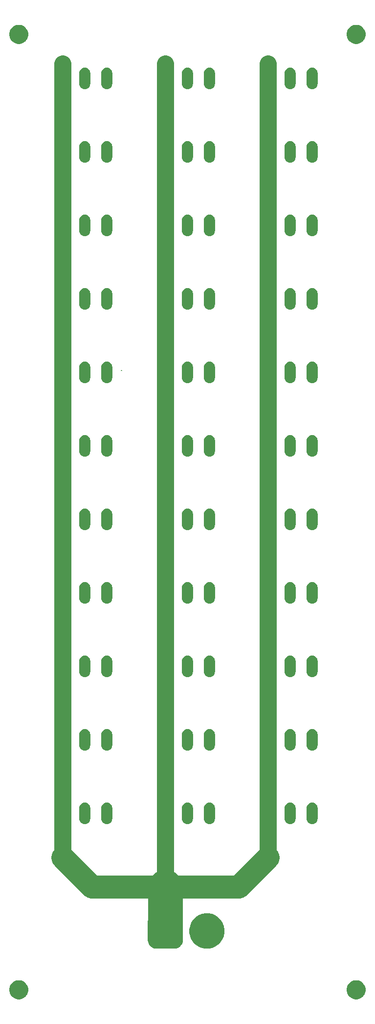
<source format=gbr>
G04 #@! TF.GenerationSoftware,KiCad,Pcbnew,(5.1.4)-1*
G04 #@! TF.CreationDate,2020-10-01T19:52:32+02:00*
G04 #@! TF.ProjectId,distrib,64697374-7269-4622-9e6b-696361645f70,rev?*
G04 #@! TF.SameCoordinates,Original*
G04 #@! TF.FileFunction,Soldermask,Bot*
G04 #@! TF.FilePolarity,Negative*
%FSLAX46Y46*%
G04 Gerber Fmt 4.6, Leading zero omitted, Abs format (unit mm)*
G04 Created by KiCad (PCBNEW (5.1.4)-1) date 2020-10-01 19:52:32*
%MOMM*%
%LPD*%
G04 APERTURE LIST*
%ADD10C,6.000000*%
%ADD11C,3.000000*%
%ADD12C,4.000000*%
%ADD13C,0.150000*%
%ADD14C,0.100000*%
G04 APERTURE END LIST*
D10*
X48260000Y-205740000D02*
X48260000Y-198120000D01*
D11*
X66040000Y-193040000D02*
X66040000Y-55880000D01*
X48260000Y-198120000D02*
X48260000Y-55880000D01*
X30480000Y-193040000D02*
X30480000Y-55880000D01*
D12*
X35560000Y-198120000D02*
X30480000Y-193040000D01*
X60960000Y-198120000D02*
X66040000Y-193040000D01*
X35560000Y-198120000D02*
X60960000Y-198120000D01*
D13*
X40614600Y-108864400D02*
X40665400Y-108864400D01*
D14*
G36*
X81655256Y-214291298D02*
G01*
X81761579Y-214312447D01*
X82062042Y-214436903D01*
X82332451Y-214617585D01*
X82562415Y-214847549D01*
X82743097Y-215117958D01*
X82867553Y-215418421D01*
X82931000Y-215737391D01*
X82931000Y-216062609D01*
X82867553Y-216381579D01*
X82743097Y-216682042D01*
X82562415Y-216952451D01*
X82332451Y-217182415D01*
X82062042Y-217363097D01*
X81761579Y-217487553D01*
X81655256Y-217508702D01*
X81442611Y-217551000D01*
X81117389Y-217551000D01*
X80904744Y-217508702D01*
X80798421Y-217487553D01*
X80497958Y-217363097D01*
X80227549Y-217182415D01*
X79997585Y-216952451D01*
X79816903Y-216682042D01*
X79692447Y-216381579D01*
X79629000Y-216062609D01*
X79629000Y-215737391D01*
X79692447Y-215418421D01*
X79816903Y-215117958D01*
X79997585Y-214847549D01*
X80227549Y-214617585D01*
X80497958Y-214436903D01*
X80798421Y-214312447D01*
X80904744Y-214291298D01*
X81117389Y-214249000D01*
X81442611Y-214249000D01*
X81655256Y-214291298D01*
X81655256Y-214291298D01*
G37*
G36*
X23235256Y-214291298D02*
G01*
X23341579Y-214312447D01*
X23642042Y-214436903D01*
X23912451Y-214617585D01*
X24142415Y-214847549D01*
X24323097Y-215117958D01*
X24447553Y-215418421D01*
X24511000Y-215737391D01*
X24511000Y-216062609D01*
X24447553Y-216381579D01*
X24323097Y-216682042D01*
X24142415Y-216952451D01*
X23912451Y-217182415D01*
X23642042Y-217363097D01*
X23341579Y-217487553D01*
X23235256Y-217508702D01*
X23022611Y-217551000D01*
X22697389Y-217551000D01*
X22484744Y-217508702D01*
X22378421Y-217487553D01*
X22077958Y-217363097D01*
X21807549Y-217182415D01*
X21577585Y-216952451D01*
X21396903Y-216682042D01*
X21272447Y-216381579D01*
X21209000Y-216062609D01*
X21209000Y-215737391D01*
X21272447Y-215418421D01*
X21396903Y-215117958D01*
X21577585Y-214847549D01*
X21807549Y-214617585D01*
X22077958Y-214436903D01*
X22378421Y-214312447D01*
X22484744Y-214291298D01*
X22697389Y-214249000D01*
X23022611Y-214249000D01*
X23235256Y-214291298D01*
X23235256Y-214291298D01*
G37*
G36*
X56349943Y-202806248D02*
G01*
X56905189Y-203036238D01*
X56905190Y-203036239D01*
X57404899Y-203370134D01*
X57829866Y-203795101D01*
X57829867Y-203795103D01*
X58163762Y-204294811D01*
X58393752Y-204850057D01*
X58511000Y-205439501D01*
X58511000Y-206040499D01*
X58393752Y-206629943D01*
X58163762Y-207185189D01*
X58163761Y-207185190D01*
X57829866Y-207684899D01*
X57404899Y-208109866D01*
X57153347Y-208277948D01*
X56905189Y-208443762D01*
X56349943Y-208673752D01*
X55760499Y-208791000D01*
X55159501Y-208791000D01*
X54570057Y-208673752D01*
X54014811Y-208443762D01*
X53766653Y-208277948D01*
X53515101Y-208109866D01*
X53090134Y-207684899D01*
X52756239Y-207185190D01*
X52756238Y-207185189D01*
X52526248Y-206629943D01*
X52409000Y-206040499D01*
X52409000Y-205439501D01*
X52526248Y-204850057D01*
X52756238Y-204294811D01*
X53090133Y-203795103D01*
X53090134Y-203795101D01*
X53515101Y-203370134D01*
X54014810Y-203036239D01*
X54014811Y-203036238D01*
X54570057Y-202806248D01*
X55159501Y-202689000D01*
X55760499Y-202689000D01*
X56349943Y-202806248D01*
X56349943Y-202806248D01*
G37*
G36*
X50133297Y-202717704D02*
G01*
X50407637Y-202800924D01*
X50660462Y-202936062D01*
X50882070Y-203117930D01*
X51063938Y-203339538D01*
X51199076Y-203592363D01*
X51282296Y-203866703D01*
X51311000Y-204158140D01*
X51311000Y-207321860D01*
X51282296Y-207613297D01*
X51199076Y-207887637D01*
X51063938Y-208140462D01*
X50882070Y-208362070D01*
X50660462Y-208543938D01*
X50407637Y-208679076D01*
X50133297Y-208762296D01*
X49841860Y-208791000D01*
X46678140Y-208791000D01*
X46386703Y-208762296D01*
X46112363Y-208679076D01*
X45859538Y-208543938D01*
X45637930Y-208362070D01*
X45456062Y-208140462D01*
X45320924Y-207887637D01*
X45237704Y-207613297D01*
X45209000Y-207321860D01*
X45209000Y-204158140D01*
X45237704Y-203866703D01*
X45320924Y-203592363D01*
X45456062Y-203339538D01*
X45637930Y-203117930D01*
X45859538Y-202936062D01*
X46112363Y-202800924D01*
X46386703Y-202717704D01*
X46678140Y-202689000D01*
X49841860Y-202689000D01*
X50133297Y-202717704D01*
X50133297Y-202717704D01*
G37*
G36*
X38286424Y-183582760D02*
G01*
X38286427Y-183582761D01*
X38286428Y-183582761D01*
X38465692Y-183637140D01*
X38465695Y-183637142D01*
X38465696Y-183637142D01*
X38630903Y-183725446D01*
X38775712Y-183844288D01*
X38894554Y-183989097D01*
X38982858Y-184154303D01*
X38982860Y-184154307D01*
X38982860Y-184154308D01*
X39037240Y-184333575D01*
X39051000Y-184473282D01*
X39051000Y-186366718D01*
X39037240Y-186506425D01*
X39037239Y-186506428D01*
X39037239Y-186506429D01*
X38982860Y-186685693D01*
X38982858Y-186685696D01*
X38982858Y-186685697D01*
X38894554Y-186850903D01*
X38775712Y-186995712D01*
X38630903Y-187114554D01*
X38465697Y-187202858D01*
X38465693Y-187202860D01*
X38286429Y-187257239D01*
X38286428Y-187257239D01*
X38286425Y-187257240D01*
X38100000Y-187275601D01*
X37913576Y-187257240D01*
X37913573Y-187257239D01*
X37913572Y-187257239D01*
X37734308Y-187202860D01*
X37734304Y-187202858D01*
X37569098Y-187114554D01*
X37424289Y-186995712D01*
X37305447Y-186850903D01*
X37217143Y-186685697D01*
X37217143Y-186685696D01*
X37217141Y-186685693D01*
X37162762Y-186506429D01*
X37162762Y-186506428D01*
X37162761Y-186506425D01*
X37149000Y-186366717D01*
X37149000Y-184473283D01*
X37162760Y-184333576D01*
X37162761Y-184333572D01*
X37217140Y-184154308D01*
X37217143Y-184154303D01*
X37305446Y-183989097D01*
X37424288Y-183844288D01*
X37569097Y-183725446D01*
X37734303Y-183637142D01*
X37734304Y-183637142D01*
X37734307Y-183637140D01*
X37913571Y-183582761D01*
X37913572Y-183582761D01*
X37913575Y-183582760D01*
X38100000Y-183564399D01*
X38286424Y-183582760D01*
X38286424Y-183582760D01*
G37*
G36*
X70036424Y-183582760D02*
G01*
X70036427Y-183582761D01*
X70036428Y-183582761D01*
X70215692Y-183637140D01*
X70215695Y-183637142D01*
X70215696Y-183637142D01*
X70380903Y-183725446D01*
X70525712Y-183844288D01*
X70644554Y-183989097D01*
X70732858Y-184154303D01*
X70732860Y-184154307D01*
X70732860Y-184154308D01*
X70787240Y-184333575D01*
X70801000Y-184473282D01*
X70801000Y-186366718D01*
X70787240Y-186506425D01*
X70787239Y-186506428D01*
X70787239Y-186506429D01*
X70732860Y-186685693D01*
X70732858Y-186685696D01*
X70732858Y-186685697D01*
X70644554Y-186850903D01*
X70525712Y-186995712D01*
X70380903Y-187114554D01*
X70215697Y-187202858D01*
X70215693Y-187202860D01*
X70036429Y-187257239D01*
X70036428Y-187257239D01*
X70036425Y-187257240D01*
X69850000Y-187275601D01*
X69663576Y-187257240D01*
X69663573Y-187257239D01*
X69663572Y-187257239D01*
X69484308Y-187202860D01*
X69484304Y-187202858D01*
X69319098Y-187114554D01*
X69174289Y-186995712D01*
X69055447Y-186850903D01*
X68967143Y-186685697D01*
X68967143Y-186685696D01*
X68967141Y-186685693D01*
X68912762Y-186506429D01*
X68912762Y-186506428D01*
X68912761Y-186506425D01*
X68899000Y-186366717D01*
X68899000Y-184473283D01*
X68912760Y-184333576D01*
X68912761Y-184333572D01*
X68967140Y-184154308D01*
X68967143Y-184154303D01*
X69055446Y-183989097D01*
X69174288Y-183844288D01*
X69319097Y-183725446D01*
X69484303Y-183637142D01*
X69484304Y-183637142D01*
X69484307Y-183637140D01*
X69663571Y-183582761D01*
X69663572Y-183582761D01*
X69663575Y-183582760D01*
X69850000Y-183564399D01*
X70036424Y-183582760D01*
X70036424Y-183582760D01*
G37*
G36*
X73846424Y-183582760D02*
G01*
X73846427Y-183582761D01*
X73846428Y-183582761D01*
X74025692Y-183637140D01*
X74025695Y-183637142D01*
X74025696Y-183637142D01*
X74190903Y-183725446D01*
X74335712Y-183844288D01*
X74454554Y-183989097D01*
X74542858Y-184154303D01*
X74542860Y-184154307D01*
X74542860Y-184154308D01*
X74597240Y-184333575D01*
X74611000Y-184473282D01*
X74611000Y-186366718D01*
X74597240Y-186506425D01*
X74597239Y-186506428D01*
X74597239Y-186506429D01*
X74542860Y-186685693D01*
X74542858Y-186685696D01*
X74542858Y-186685697D01*
X74454554Y-186850903D01*
X74335712Y-186995712D01*
X74190903Y-187114554D01*
X74025697Y-187202858D01*
X74025693Y-187202860D01*
X73846429Y-187257239D01*
X73846428Y-187257239D01*
X73846425Y-187257240D01*
X73660000Y-187275601D01*
X73473576Y-187257240D01*
X73473573Y-187257239D01*
X73473572Y-187257239D01*
X73294308Y-187202860D01*
X73294304Y-187202858D01*
X73129098Y-187114554D01*
X72984289Y-186995712D01*
X72865447Y-186850903D01*
X72777143Y-186685697D01*
X72777143Y-186685696D01*
X72777141Y-186685693D01*
X72722762Y-186506429D01*
X72722762Y-186506428D01*
X72722761Y-186506425D01*
X72709000Y-186366717D01*
X72709000Y-184473283D01*
X72722760Y-184333576D01*
X72722761Y-184333572D01*
X72777140Y-184154308D01*
X72777143Y-184154303D01*
X72865446Y-183989097D01*
X72984288Y-183844288D01*
X73129097Y-183725446D01*
X73294303Y-183637142D01*
X73294304Y-183637142D01*
X73294307Y-183637140D01*
X73473571Y-183582761D01*
X73473572Y-183582761D01*
X73473575Y-183582760D01*
X73660000Y-183564399D01*
X73846424Y-183582760D01*
X73846424Y-183582760D01*
G37*
G36*
X52256424Y-183582760D02*
G01*
X52256427Y-183582761D01*
X52256428Y-183582761D01*
X52435692Y-183637140D01*
X52435695Y-183637142D01*
X52435696Y-183637142D01*
X52600903Y-183725446D01*
X52745712Y-183844288D01*
X52864554Y-183989097D01*
X52952858Y-184154303D01*
X52952860Y-184154307D01*
X52952860Y-184154308D01*
X53007240Y-184333575D01*
X53021000Y-184473282D01*
X53021000Y-186366718D01*
X53007240Y-186506425D01*
X53007239Y-186506428D01*
X53007239Y-186506429D01*
X52952860Y-186685693D01*
X52952858Y-186685696D01*
X52952858Y-186685697D01*
X52864554Y-186850903D01*
X52745712Y-186995712D01*
X52600903Y-187114554D01*
X52435697Y-187202858D01*
X52435693Y-187202860D01*
X52256429Y-187257239D01*
X52256428Y-187257239D01*
X52256425Y-187257240D01*
X52070000Y-187275601D01*
X51883576Y-187257240D01*
X51883573Y-187257239D01*
X51883572Y-187257239D01*
X51704308Y-187202860D01*
X51704304Y-187202858D01*
X51539098Y-187114554D01*
X51394289Y-186995712D01*
X51275447Y-186850903D01*
X51187143Y-186685697D01*
X51187143Y-186685696D01*
X51187141Y-186685693D01*
X51132762Y-186506429D01*
X51132762Y-186506428D01*
X51132761Y-186506425D01*
X51119000Y-186366717D01*
X51119000Y-184473283D01*
X51132760Y-184333576D01*
X51132761Y-184333572D01*
X51187140Y-184154308D01*
X51187143Y-184154303D01*
X51275446Y-183989097D01*
X51394288Y-183844288D01*
X51539097Y-183725446D01*
X51704303Y-183637142D01*
X51704304Y-183637142D01*
X51704307Y-183637140D01*
X51883571Y-183582761D01*
X51883572Y-183582761D01*
X51883575Y-183582760D01*
X52070000Y-183564399D01*
X52256424Y-183582760D01*
X52256424Y-183582760D01*
G37*
G36*
X56066424Y-183582760D02*
G01*
X56066427Y-183582761D01*
X56066428Y-183582761D01*
X56245692Y-183637140D01*
X56245695Y-183637142D01*
X56245696Y-183637142D01*
X56410903Y-183725446D01*
X56555712Y-183844288D01*
X56674554Y-183989097D01*
X56762858Y-184154303D01*
X56762860Y-184154307D01*
X56762860Y-184154308D01*
X56817240Y-184333575D01*
X56831000Y-184473282D01*
X56831000Y-186366718D01*
X56817240Y-186506425D01*
X56817239Y-186506428D01*
X56817239Y-186506429D01*
X56762860Y-186685693D01*
X56762858Y-186685696D01*
X56762858Y-186685697D01*
X56674554Y-186850903D01*
X56555712Y-186995712D01*
X56410903Y-187114554D01*
X56245697Y-187202858D01*
X56245693Y-187202860D01*
X56066429Y-187257239D01*
X56066428Y-187257239D01*
X56066425Y-187257240D01*
X55880000Y-187275601D01*
X55693576Y-187257240D01*
X55693573Y-187257239D01*
X55693572Y-187257239D01*
X55514308Y-187202860D01*
X55514304Y-187202858D01*
X55349098Y-187114554D01*
X55204289Y-186995712D01*
X55085447Y-186850903D01*
X54997143Y-186685697D01*
X54997143Y-186685696D01*
X54997141Y-186685693D01*
X54942762Y-186506429D01*
X54942762Y-186506428D01*
X54942761Y-186506425D01*
X54929000Y-186366717D01*
X54929000Y-184473283D01*
X54942760Y-184333576D01*
X54942761Y-184333572D01*
X54997140Y-184154308D01*
X54997143Y-184154303D01*
X55085446Y-183989097D01*
X55204288Y-183844288D01*
X55349097Y-183725446D01*
X55514303Y-183637142D01*
X55514304Y-183637142D01*
X55514307Y-183637140D01*
X55693571Y-183582761D01*
X55693572Y-183582761D01*
X55693575Y-183582760D01*
X55880000Y-183564399D01*
X56066424Y-183582760D01*
X56066424Y-183582760D01*
G37*
G36*
X34476424Y-183582760D02*
G01*
X34476427Y-183582761D01*
X34476428Y-183582761D01*
X34655692Y-183637140D01*
X34655695Y-183637142D01*
X34655696Y-183637142D01*
X34820903Y-183725446D01*
X34965712Y-183844288D01*
X35084554Y-183989097D01*
X35172858Y-184154303D01*
X35172860Y-184154307D01*
X35172860Y-184154308D01*
X35227240Y-184333575D01*
X35241000Y-184473282D01*
X35241000Y-186366718D01*
X35227240Y-186506425D01*
X35227239Y-186506428D01*
X35227239Y-186506429D01*
X35172860Y-186685693D01*
X35172858Y-186685696D01*
X35172858Y-186685697D01*
X35084554Y-186850903D01*
X34965712Y-186995712D01*
X34820903Y-187114554D01*
X34655697Y-187202858D01*
X34655693Y-187202860D01*
X34476429Y-187257239D01*
X34476428Y-187257239D01*
X34476425Y-187257240D01*
X34290000Y-187275601D01*
X34103576Y-187257240D01*
X34103573Y-187257239D01*
X34103572Y-187257239D01*
X33924308Y-187202860D01*
X33924304Y-187202858D01*
X33759098Y-187114554D01*
X33614289Y-186995712D01*
X33495447Y-186850903D01*
X33407143Y-186685697D01*
X33407143Y-186685696D01*
X33407141Y-186685693D01*
X33352762Y-186506429D01*
X33352762Y-186506428D01*
X33352761Y-186506425D01*
X33339000Y-186366717D01*
X33339000Y-184473283D01*
X33352760Y-184333576D01*
X33352761Y-184333572D01*
X33407140Y-184154308D01*
X33407143Y-184154303D01*
X33495446Y-183989097D01*
X33614288Y-183844288D01*
X33759097Y-183725446D01*
X33924303Y-183637142D01*
X33924304Y-183637142D01*
X33924307Y-183637140D01*
X34103571Y-183582761D01*
X34103572Y-183582761D01*
X34103575Y-183582760D01*
X34290000Y-183564399D01*
X34476424Y-183582760D01*
X34476424Y-183582760D01*
G37*
G36*
X31431000Y-187271000D02*
G01*
X29529000Y-187271000D01*
X29529000Y-183569000D01*
X31431000Y-183569000D01*
X31431000Y-187271000D01*
X31431000Y-187271000D01*
G37*
G36*
X49211000Y-187271000D02*
G01*
X47309000Y-187271000D01*
X47309000Y-183569000D01*
X49211000Y-183569000D01*
X49211000Y-187271000D01*
X49211000Y-187271000D01*
G37*
G36*
X66991000Y-187271000D02*
G01*
X65089000Y-187271000D01*
X65089000Y-183569000D01*
X66991000Y-183569000D01*
X66991000Y-187271000D01*
X66991000Y-187271000D01*
G37*
G36*
X38286424Y-170882760D02*
G01*
X38286427Y-170882761D01*
X38286428Y-170882761D01*
X38465692Y-170937140D01*
X38465695Y-170937142D01*
X38465696Y-170937142D01*
X38630903Y-171025446D01*
X38775712Y-171144288D01*
X38894554Y-171289097D01*
X38982858Y-171454303D01*
X38982860Y-171454307D01*
X38982860Y-171454308D01*
X39037240Y-171633575D01*
X39051000Y-171773282D01*
X39051000Y-173666718D01*
X39037240Y-173806425D01*
X39037239Y-173806428D01*
X39037239Y-173806429D01*
X38982860Y-173985693D01*
X38982858Y-173985696D01*
X38982858Y-173985697D01*
X38894554Y-174150903D01*
X38775712Y-174295712D01*
X38630903Y-174414554D01*
X38465697Y-174502858D01*
X38465693Y-174502860D01*
X38286429Y-174557239D01*
X38286428Y-174557239D01*
X38286425Y-174557240D01*
X38100000Y-174575601D01*
X37913576Y-174557240D01*
X37913573Y-174557239D01*
X37913572Y-174557239D01*
X37734308Y-174502860D01*
X37734304Y-174502858D01*
X37569098Y-174414554D01*
X37424289Y-174295712D01*
X37305447Y-174150903D01*
X37217143Y-173985697D01*
X37217143Y-173985696D01*
X37217141Y-173985693D01*
X37162762Y-173806429D01*
X37162762Y-173806428D01*
X37162761Y-173806425D01*
X37149000Y-173666717D01*
X37149000Y-171773283D01*
X37162760Y-171633576D01*
X37162761Y-171633572D01*
X37217140Y-171454308D01*
X37217143Y-171454303D01*
X37305446Y-171289097D01*
X37424288Y-171144288D01*
X37569097Y-171025446D01*
X37734303Y-170937142D01*
X37734304Y-170937142D01*
X37734307Y-170937140D01*
X37913571Y-170882761D01*
X37913572Y-170882761D01*
X37913575Y-170882760D01*
X38100000Y-170864399D01*
X38286424Y-170882760D01*
X38286424Y-170882760D01*
G37*
G36*
X70036424Y-170882760D02*
G01*
X70036427Y-170882761D01*
X70036428Y-170882761D01*
X70215692Y-170937140D01*
X70215695Y-170937142D01*
X70215696Y-170937142D01*
X70380903Y-171025446D01*
X70525712Y-171144288D01*
X70644554Y-171289097D01*
X70732858Y-171454303D01*
X70732860Y-171454307D01*
X70732860Y-171454308D01*
X70787240Y-171633575D01*
X70801000Y-171773282D01*
X70801000Y-173666718D01*
X70787240Y-173806425D01*
X70787239Y-173806428D01*
X70787239Y-173806429D01*
X70732860Y-173985693D01*
X70732858Y-173985696D01*
X70732858Y-173985697D01*
X70644554Y-174150903D01*
X70525712Y-174295712D01*
X70380903Y-174414554D01*
X70215697Y-174502858D01*
X70215693Y-174502860D01*
X70036429Y-174557239D01*
X70036428Y-174557239D01*
X70036425Y-174557240D01*
X69850000Y-174575601D01*
X69663576Y-174557240D01*
X69663573Y-174557239D01*
X69663572Y-174557239D01*
X69484308Y-174502860D01*
X69484304Y-174502858D01*
X69319098Y-174414554D01*
X69174289Y-174295712D01*
X69055447Y-174150903D01*
X68967143Y-173985697D01*
X68967143Y-173985696D01*
X68967141Y-173985693D01*
X68912762Y-173806429D01*
X68912762Y-173806428D01*
X68912761Y-173806425D01*
X68899000Y-173666717D01*
X68899000Y-171773283D01*
X68912760Y-171633576D01*
X68912761Y-171633572D01*
X68967140Y-171454308D01*
X68967143Y-171454303D01*
X69055446Y-171289097D01*
X69174288Y-171144288D01*
X69319097Y-171025446D01*
X69484303Y-170937142D01*
X69484304Y-170937142D01*
X69484307Y-170937140D01*
X69663571Y-170882761D01*
X69663572Y-170882761D01*
X69663575Y-170882760D01*
X69850000Y-170864399D01*
X70036424Y-170882760D01*
X70036424Y-170882760D01*
G37*
G36*
X73846424Y-170882760D02*
G01*
X73846427Y-170882761D01*
X73846428Y-170882761D01*
X74025692Y-170937140D01*
X74025695Y-170937142D01*
X74025696Y-170937142D01*
X74190903Y-171025446D01*
X74335712Y-171144288D01*
X74454554Y-171289097D01*
X74542858Y-171454303D01*
X74542860Y-171454307D01*
X74542860Y-171454308D01*
X74597240Y-171633575D01*
X74611000Y-171773282D01*
X74611000Y-173666718D01*
X74597240Y-173806425D01*
X74597239Y-173806428D01*
X74597239Y-173806429D01*
X74542860Y-173985693D01*
X74542858Y-173985696D01*
X74542858Y-173985697D01*
X74454554Y-174150903D01*
X74335712Y-174295712D01*
X74190903Y-174414554D01*
X74025697Y-174502858D01*
X74025693Y-174502860D01*
X73846429Y-174557239D01*
X73846428Y-174557239D01*
X73846425Y-174557240D01*
X73660000Y-174575601D01*
X73473576Y-174557240D01*
X73473573Y-174557239D01*
X73473572Y-174557239D01*
X73294308Y-174502860D01*
X73294304Y-174502858D01*
X73129098Y-174414554D01*
X72984289Y-174295712D01*
X72865447Y-174150903D01*
X72777143Y-173985697D01*
X72777143Y-173985696D01*
X72777141Y-173985693D01*
X72722762Y-173806429D01*
X72722762Y-173806428D01*
X72722761Y-173806425D01*
X72709000Y-173666717D01*
X72709000Y-171773283D01*
X72722760Y-171633576D01*
X72722761Y-171633572D01*
X72777140Y-171454308D01*
X72777143Y-171454303D01*
X72865446Y-171289097D01*
X72984288Y-171144288D01*
X73129097Y-171025446D01*
X73294303Y-170937142D01*
X73294304Y-170937142D01*
X73294307Y-170937140D01*
X73473571Y-170882761D01*
X73473572Y-170882761D01*
X73473575Y-170882760D01*
X73660000Y-170864399D01*
X73846424Y-170882760D01*
X73846424Y-170882760D01*
G37*
G36*
X52256424Y-170882760D02*
G01*
X52256427Y-170882761D01*
X52256428Y-170882761D01*
X52435692Y-170937140D01*
X52435695Y-170937142D01*
X52435696Y-170937142D01*
X52600903Y-171025446D01*
X52745712Y-171144288D01*
X52864554Y-171289097D01*
X52952858Y-171454303D01*
X52952860Y-171454307D01*
X52952860Y-171454308D01*
X53007240Y-171633575D01*
X53021000Y-171773282D01*
X53021000Y-173666718D01*
X53007240Y-173806425D01*
X53007239Y-173806428D01*
X53007239Y-173806429D01*
X52952860Y-173985693D01*
X52952858Y-173985696D01*
X52952858Y-173985697D01*
X52864554Y-174150903D01*
X52745712Y-174295712D01*
X52600903Y-174414554D01*
X52435697Y-174502858D01*
X52435693Y-174502860D01*
X52256429Y-174557239D01*
X52256428Y-174557239D01*
X52256425Y-174557240D01*
X52070000Y-174575601D01*
X51883576Y-174557240D01*
X51883573Y-174557239D01*
X51883572Y-174557239D01*
X51704308Y-174502860D01*
X51704304Y-174502858D01*
X51539098Y-174414554D01*
X51394289Y-174295712D01*
X51275447Y-174150903D01*
X51187143Y-173985697D01*
X51187143Y-173985696D01*
X51187141Y-173985693D01*
X51132762Y-173806429D01*
X51132762Y-173806428D01*
X51132761Y-173806425D01*
X51119000Y-173666717D01*
X51119000Y-171773283D01*
X51132760Y-171633576D01*
X51132761Y-171633572D01*
X51187140Y-171454308D01*
X51187143Y-171454303D01*
X51275446Y-171289097D01*
X51394288Y-171144288D01*
X51539097Y-171025446D01*
X51704303Y-170937142D01*
X51704304Y-170937142D01*
X51704307Y-170937140D01*
X51883571Y-170882761D01*
X51883572Y-170882761D01*
X51883575Y-170882760D01*
X52070000Y-170864399D01*
X52256424Y-170882760D01*
X52256424Y-170882760D01*
G37*
G36*
X34476424Y-170882760D02*
G01*
X34476427Y-170882761D01*
X34476428Y-170882761D01*
X34655692Y-170937140D01*
X34655695Y-170937142D01*
X34655696Y-170937142D01*
X34820903Y-171025446D01*
X34965712Y-171144288D01*
X35084554Y-171289097D01*
X35172858Y-171454303D01*
X35172860Y-171454307D01*
X35172860Y-171454308D01*
X35227240Y-171633575D01*
X35241000Y-171773282D01*
X35241000Y-173666718D01*
X35227240Y-173806425D01*
X35227239Y-173806428D01*
X35227239Y-173806429D01*
X35172860Y-173985693D01*
X35172858Y-173985696D01*
X35172858Y-173985697D01*
X35084554Y-174150903D01*
X34965712Y-174295712D01*
X34820903Y-174414554D01*
X34655697Y-174502858D01*
X34655693Y-174502860D01*
X34476429Y-174557239D01*
X34476428Y-174557239D01*
X34476425Y-174557240D01*
X34290000Y-174575601D01*
X34103576Y-174557240D01*
X34103573Y-174557239D01*
X34103572Y-174557239D01*
X33924308Y-174502860D01*
X33924304Y-174502858D01*
X33759098Y-174414554D01*
X33614289Y-174295712D01*
X33495447Y-174150903D01*
X33407143Y-173985697D01*
X33407143Y-173985696D01*
X33407141Y-173985693D01*
X33352762Y-173806429D01*
X33352762Y-173806428D01*
X33352761Y-173806425D01*
X33339000Y-173666717D01*
X33339000Y-171773283D01*
X33352760Y-171633576D01*
X33352761Y-171633572D01*
X33407140Y-171454308D01*
X33407143Y-171454303D01*
X33495446Y-171289097D01*
X33614288Y-171144288D01*
X33759097Y-171025446D01*
X33924303Y-170937142D01*
X33924304Y-170937142D01*
X33924307Y-170937140D01*
X34103571Y-170882761D01*
X34103572Y-170882761D01*
X34103575Y-170882760D01*
X34290000Y-170864399D01*
X34476424Y-170882760D01*
X34476424Y-170882760D01*
G37*
G36*
X56066424Y-170882760D02*
G01*
X56066427Y-170882761D01*
X56066428Y-170882761D01*
X56245692Y-170937140D01*
X56245695Y-170937142D01*
X56245696Y-170937142D01*
X56410903Y-171025446D01*
X56555712Y-171144288D01*
X56674554Y-171289097D01*
X56762858Y-171454303D01*
X56762860Y-171454307D01*
X56762860Y-171454308D01*
X56817240Y-171633575D01*
X56831000Y-171773282D01*
X56831000Y-173666718D01*
X56817240Y-173806425D01*
X56817239Y-173806428D01*
X56817239Y-173806429D01*
X56762860Y-173985693D01*
X56762858Y-173985696D01*
X56762858Y-173985697D01*
X56674554Y-174150903D01*
X56555712Y-174295712D01*
X56410903Y-174414554D01*
X56245697Y-174502858D01*
X56245693Y-174502860D01*
X56066429Y-174557239D01*
X56066428Y-174557239D01*
X56066425Y-174557240D01*
X55880000Y-174575601D01*
X55693576Y-174557240D01*
X55693573Y-174557239D01*
X55693572Y-174557239D01*
X55514308Y-174502860D01*
X55514304Y-174502858D01*
X55349098Y-174414554D01*
X55204289Y-174295712D01*
X55085447Y-174150903D01*
X54997143Y-173985697D01*
X54997143Y-173985696D01*
X54997141Y-173985693D01*
X54942762Y-173806429D01*
X54942762Y-173806428D01*
X54942761Y-173806425D01*
X54929000Y-173666717D01*
X54929000Y-171773283D01*
X54942760Y-171633576D01*
X54942761Y-171633572D01*
X54997140Y-171454308D01*
X54997143Y-171454303D01*
X55085446Y-171289097D01*
X55204288Y-171144288D01*
X55349097Y-171025446D01*
X55514303Y-170937142D01*
X55514304Y-170937142D01*
X55514307Y-170937140D01*
X55693571Y-170882761D01*
X55693572Y-170882761D01*
X55693575Y-170882760D01*
X55880000Y-170864399D01*
X56066424Y-170882760D01*
X56066424Y-170882760D01*
G37*
G36*
X66991000Y-174571000D02*
G01*
X65089000Y-174571000D01*
X65089000Y-170869000D01*
X66991000Y-170869000D01*
X66991000Y-174571000D01*
X66991000Y-174571000D01*
G37*
G36*
X49211000Y-174571000D02*
G01*
X47309000Y-174571000D01*
X47309000Y-170869000D01*
X49211000Y-170869000D01*
X49211000Y-174571000D01*
X49211000Y-174571000D01*
G37*
G36*
X31431000Y-174571000D02*
G01*
X29529000Y-174571000D01*
X29529000Y-170869000D01*
X31431000Y-170869000D01*
X31431000Y-174571000D01*
X31431000Y-174571000D01*
G37*
G36*
X34476424Y-158182760D02*
G01*
X34476427Y-158182761D01*
X34476428Y-158182761D01*
X34655692Y-158237140D01*
X34655695Y-158237142D01*
X34655696Y-158237142D01*
X34820903Y-158325446D01*
X34965712Y-158444288D01*
X35084554Y-158589097D01*
X35172858Y-158754303D01*
X35172860Y-158754307D01*
X35172860Y-158754308D01*
X35227240Y-158933575D01*
X35241000Y-159073282D01*
X35241000Y-160966718D01*
X35227240Y-161106425D01*
X35227239Y-161106428D01*
X35227239Y-161106429D01*
X35172860Y-161285693D01*
X35172858Y-161285696D01*
X35172858Y-161285697D01*
X35084554Y-161450903D01*
X34965712Y-161595712D01*
X34820903Y-161714554D01*
X34655697Y-161802858D01*
X34655693Y-161802860D01*
X34476429Y-161857239D01*
X34476428Y-161857239D01*
X34476425Y-161857240D01*
X34290000Y-161875601D01*
X34103576Y-161857240D01*
X34103573Y-161857239D01*
X34103572Y-161857239D01*
X33924308Y-161802860D01*
X33924304Y-161802858D01*
X33759098Y-161714554D01*
X33614289Y-161595712D01*
X33495447Y-161450903D01*
X33407143Y-161285697D01*
X33407143Y-161285696D01*
X33407141Y-161285693D01*
X33352762Y-161106429D01*
X33352762Y-161106428D01*
X33352761Y-161106425D01*
X33339000Y-160966717D01*
X33339000Y-159073283D01*
X33352760Y-158933576D01*
X33352761Y-158933572D01*
X33407140Y-158754308D01*
X33407143Y-158754303D01*
X33495446Y-158589097D01*
X33614288Y-158444288D01*
X33759097Y-158325446D01*
X33924303Y-158237142D01*
X33924304Y-158237142D01*
X33924307Y-158237140D01*
X34103571Y-158182761D01*
X34103572Y-158182761D01*
X34103575Y-158182760D01*
X34290000Y-158164399D01*
X34476424Y-158182760D01*
X34476424Y-158182760D01*
G37*
G36*
X38286424Y-158182760D02*
G01*
X38286427Y-158182761D01*
X38286428Y-158182761D01*
X38465692Y-158237140D01*
X38465695Y-158237142D01*
X38465696Y-158237142D01*
X38630903Y-158325446D01*
X38775712Y-158444288D01*
X38894554Y-158589097D01*
X38982858Y-158754303D01*
X38982860Y-158754307D01*
X38982860Y-158754308D01*
X39037240Y-158933575D01*
X39051000Y-159073282D01*
X39051000Y-160966718D01*
X39037240Y-161106425D01*
X39037239Y-161106428D01*
X39037239Y-161106429D01*
X38982860Y-161285693D01*
X38982858Y-161285696D01*
X38982858Y-161285697D01*
X38894554Y-161450903D01*
X38775712Y-161595712D01*
X38630903Y-161714554D01*
X38465697Y-161802858D01*
X38465693Y-161802860D01*
X38286429Y-161857239D01*
X38286428Y-161857239D01*
X38286425Y-161857240D01*
X38100000Y-161875601D01*
X37913576Y-161857240D01*
X37913573Y-161857239D01*
X37913572Y-161857239D01*
X37734308Y-161802860D01*
X37734304Y-161802858D01*
X37569098Y-161714554D01*
X37424289Y-161595712D01*
X37305447Y-161450903D01*
X37217143Y-161285697D01*
X37217143Y-161285696D01*
X37217141Y-161285693D01*
X37162762Y-161106429D01*
X37162762Y-161106428D01*
X37162761Y-161106425D01*
X37149000Y-160966717D01*
X37149000Y-159073283D01*
X37162760Y-158933576D01*
X37162761Y-158933572D01*
X37217140Y-158754308D01*
X37217143Y-158754303D01*
X37305446Y-158589097D01*
X37424288Y-158444288D01*
X37569097Y-158325446D01*
X37734303Y-158237142D01*
X37734304Y-158237142D01*
X37734307Y-158237140D01*
X37913571Y-158182761D01*
X37913572Y-158182761D01*
X37913575Y-158182760D01*
X38100000Y-158164399D01*
X38286424Y-158182760D01*
X38286424Y-158182760D01*
G37*
G36*
X56066424Y-158182760D02*
G01*
X56066427Y-158182761D01*
X56066428Y-158182761D01*
X56245692Y-158237140D01*
X56245695Y-158237142D01*
X56245696Y-158237142D01*
X56410903Y-158325446D01*
X56555712Y-158444288D01*
X56674554Y-158589097D01*
X56762858Y-158754303D01*
X56762860Y-158754307D01*
X56762860Y-158754308D01*
X56817240Y-158933575D01*
X56831000Y-159073282D01*
X56831000Y-160966718D01*
X56817240Y-161106425D01*
X56817239Y-161106428D01*
X56817239Y-161106429D01*
X56762860Y-161285693D01*
X56762858Y-161285696D01*
X56762858Y-161285697D01*
X56674554Y-161450903D01*
X56555712Y-161595712D01*
X56410903Y-161714554D01*
X56245697Y-161802858D01*
X56245693Y-161802860D01*
X56066429Y-161857239D01*
X56066428Y-161857239D01*
X56066425Y-161857240D01*
X55880000Y-161875601D01*
X55693576Y-161857240D01*
X55693573Y-161857239D01*
X55693572Y-161857239D01*
X55514308Y-161802860D01*
X55514304Y-161802858D01*
X55349098Y-161714554D01*
X55204289Y-161595712D01*
X55085447Y-161450903D01*
X54997143Y-161285697D01*
X54997143Y-161285696D01*
X54997141Y-161285693D01*
X54942762Y-161106429D01*
X54942762Y-161106428D01*
X54942761Y-161106425D01*
X54929000Y-160966717D01*
X54929000Y-159073283D01*
X54942760Y-158933576D01*
X54942761Y-158933572D01*
X54997140Y-158754308D01*
X54997143Y-158754303D01*
X55085446Y-158589097D01*
X55204288Y-158444288D01*
X55349097Y-158325446D01*
X55514303Y-158237142D01*
X55514304Y-158237142D01*
X55514307Y-158237140D01*
X55693571Y-158182761D01*
X55693572Y-158182761D01*
X55693575Y-158182760D01*
X55880000Y-158164399D01*
X56066424Y-158182760D01*
X56066424Y-158182760D01*
G37*
G36*
X52256424Y-158182760D02*
G01*
X52256427Y-158182761D01*
X52256428Y-158182761D01*
X52435692Y-158237140D01*
X52435695Y-158237142D01*
X52435696Y-158237142D01*
X52600903Y-158325446D01*
X52745712Y-158444288D01*
X52864554Y-158589097D01*
X52952858Y-158754303D01*
X52952860Y-158754307D01*
X52952860Y-158754308D01*
X53007240Y-158933575D01*
X53021000Y-159073282D01*
X53021000Y-160966718D01*
X53007240Y-161106425D01*
X53007239Y-161106428D01*
X53007239Y-161106429D01*
X52952860Y-161285693D01*
X52952858Y-161285696D01*
X52952858Y-161285697D01*
X52864554Y-161450903D01*
X52745712Y-161595712D01*
X52600903Y-161714554D01*
X52435697Y-161802858D01*
X52435693Y-161802860D01*
X52256429Y-161857239D01*
X52256428Y-161857239D01*
X52256425Y-161857240D01*
X52070000Y-161875601D01*
X51883576Y-161857240D01*
X51883573Y-161857239D01*
X51883572Y-161857239D01*
X51704308Y-161802860D01*
X51704304Y-161802858D01*
X51539098Y-161714554D01*
X51394289Y-161595712D01*
X51275447Y-161450903D01*
X51187143Y-161285697D01*
X51187143Y-161285696D01*
X51187141Y-161285693D01*
X51132762Y-161106429D01*
X51132762Y-161106428D01*
X51132761Y-161106425D01*
X51119000Y-160966717D01*
X51119000Y-159073283D01*
X51132760Y-158933576D01*
X51132761Y-158933572D01*
X51187140Y-158754308D01*
X51187143Y-158754303D01*
X51275446Y-158589097D01*
X51394288Y-158444288D01*
X51539097Y-158325446D01*
X51704303Y-158237142D01*
X51704304Y-158237142D01*
X51704307Y-158237140D01*
X51883571Y-158182761D01*
X51883572Y-158182761D01*
X51883575Y-158182760D01*
X52070000Y-158164399D01*
X52256424Y-158182760D01*
X52256424Y-158182760D01*
G37*
G36*
X73846424Y-158182760D02*
G01*
X73846427Y-158182761D01*
X73846428Y-158182761D01*
X74025692Y-158237140D01*
X74025695Y-158237142D01*
X74025696Y-158237142D01*
X74190903Y-158325446D01*
X74335712Y-158444288D01*
X74454554Y-158589097D01*
X74542858Y-158754303D01*
X74542860Y-158754307D01*
X74542860Y-158754308D01*
X74597240Y-158933575D01*
X74611000Y-159073282D01*
X74611000Y-160966718D01*
X74597240Y-161106425D01*
X74597239Y-161106428D01*
X74597239Y-161106429D01*
X74542860Y-161285693D01*
X74542858Y-161285696D01*
X74542858Y-161285697D01*
X74454554Y-161450903D01*
X74335712Y-161595712D01*
X74190903Y-161714554D01*
X74025697Y-161802858D01*
X74025693Y-161802860D01*
X73846429Y-161857239D01*
X73846428Y-161857239D01*
X73846425Y-161857240D01*
X73660000Y-161875601D01*
X73473576Y-161857240D01*
X73473573Y-161857239D01*
X73473572Y-161857239D01*
X73294308Y-161802860D01*
X73294304Y-161802858D01*
X73129098Y-161714554D01*
X72984289Y-161595712D01*
X72865447Y-161450903D01*
X72777143Y-161285697D01*
X72777143Y-161285696D01*
X72777141Y-161285693D01*
X72722762Y-161106429D01*
X72722762Y-161106428D01*
X72722761Y-161106425D01*
X72709000Y-160966717D01*
X72709000Y-159073283D01*
X72722760Y-158933576D01*
X72722761Y-158933572D01*
X72777140Y-158754308D01*
X72777143Y-158754303D01*
X72865446Y-158589097D01*
X72984288Y-158444288D01*
X73129097Y-158325446D01*
X73294303Y-158237142D01*
X73294304Y-158237142D01*
X73294307Y-158237140D01*
X73473571Y-158182761D01*
X73473572Y-158182761D01*
X73473575Y-158182760D01*
X73660000Y-158164399D01*
X73846424Y-158182760D01*
X73846424Y-158182760D01*
G37*
G36*
X70036424Y-158182760D02*
G01*
X70036427Y-158182761D01*
X70036428Y-158182761D01*
X70215692Y-158237140D01*
X70215695Y-158237142D01*
X70215696Y-158237142D01*
X70380903Y-158325446D01*
X70525712Y-158444288D01*
X70644554Y-158589097D01*
X70732858Y-158754303D01*
X70732860Y-158754307D01*
X70732860Y-158754308D01*
X70787240Y-158933575D01*
X70801000Y-159073282D01*
X70801000Y-160966718D01*
X70787240Y-161106425D01*
X70787239Y-161106428D01*
X70787239Y-161106429D01*
X70732860Y-161285693D01*
X70732858Y-161285696D01*
X70732858Y-161285697D01*
X70644554Y-161450903D01*
X70525712Y-161595712D01*
X70380903Y-161714554D01*
X70215697Y-161802858D01*
X70215693Y-161802860D01*
X70036429Y-161857239D01*
X70036428Y-161857239D01*
X70036425Y-161857240D01*
X69850000Y-161875601D01*
X69663576Y-161857240D01*
X69663573Y-161857239D01*
X69663572Y-161857239D01*
X69484308Y-161802860D01*
X69484304Y-161802858D01*
X69319098Y-161714554D01*
X69174289Y-161595712D01*
X69055447Y-161450903D01*
X68967143Y-161285697D01*
X68967143Y-161285696D01*
X68967141Y-161285693D01*
X68912762Y-161106429D01*
X68912762Y-161106428D01*
X68912761Y-161106425D01*
X68899000Y-160966717D01*
X68899000Y-159073283D01*
X68912760Y-158933576D01*
X68912761Y-158933572D01*
X68967140Y-158754308D01*
X68967143Y-158754303D01*
X69055446Y-158589097D01*
X69174288Y-158444288D01*
X69319097Y-158325446D01*
X69484303Y-158237142D01*
X69484304Y-158237142D01*
X69484307Y-158237140D01*
X69663571Y-158182761D01*
X69663572Y-158182761D01*
X69663575Y-158182760D01*
X69850000Y-158164399D01*
X70036424Y-158182760D01*
X70036424Y-158182760D01*
G37*
G36*
X49211000Y-161871000D02*
G01*
X47309000Y-161871000D01*
X47309000Y-158169000D01*
X49211000Y-158169000D01*
X49211000Y-161871000D01*
X49211000Y-161871000D01*
G37*
G36*
X31431000Y-161871000D02*
G01*
X29529000Y-161871000D01*
X29529000Y-158169000D01*
X31431000Y-158169000D01*
X31431000Y-161871000D01*
X31431000Y-161871000D01*
G37*
G36*
X66991000Y-161871000D02*
G01*
X65089000Y-161871000D01*
X65089000Y-158169000D01*
X66991000Y-158169000D01*
X66991000Y-161871000D01*
X66991000Y-161871000D01*
G37*
G36*
X38286424Y-145482760D02*
G01*
X38286427Y-145482761D01*
X38286428Y-145482761D01*
X38465692Y-145537140D01*
X38465695Y-145537142D01*
X38465696Y-145537142D01*
X38630903Y-145625446D01*
X38775712Y-145744288D01*
X38894554Y-145889097D01*
X38982858Y-146054303D01*
X38982860Y-146054307D01*
X38982860Y-146054308D01*
X39037240Y-146233575D01*
X39051000Y-146373282D01*
X39051000Y-148266718D01*
X39037240Y-148406425D01*
X39037239Y-148406428D01*
X39037239Y-148406429D01*
X38982860Y-148585693D01*
X38982858Y-148585696D01*
X38982858Y-148585697D01*
X38894554Y-148750903D01*
X38775712Y-148895712D01*
X38630903Y-149014554D01*
X38465697Y-149102858D01*
X38465693Y-149102860D01*
X38286429Y-149157239D01*
X38286428Y-149157239D01*
X38286425Y-149157240D01*
X38100000Y-149175601D01*
X37913576Y-149157240D01*
X37913573Y-149157239D01*
X37913572Y-149157239D01*
X37734308Y-149102860D01*
X37734304Y-149102858D01*
X37569098Y-149014554D01*
X37424289Y-148895712D01*
X37305447Y-148750903D01*
X37217143Y-148585697D01*
X37217143Y-148585696D01*
X37217141Y-148585693D01*
X37162762Y-148406429D01*
X37162762Y-148406428D01*
X37162761Y-148406425D01*
X37149000Y-148266717D01*
X37149000Y-146373283D01*
X37162760Y-146233576D01*
X37162761Y-146233572D01*
X37217140Y-146054308D01*
X37217143Y-146054303D01*
X37305446Y-145889097D01*
X37424288Y-145744288D01*
X37569097Y-145625446D01*
X37734303Y-145537142D01*
X37734304Y-145537142D01*
X37734307Y-145537140D01*
X37913571Y-145482761D01*
X37913572Y-145482761D01*
X37913575Y-145482760D01*
X38100000Y-145464399D01*
X38286424Y-145482760D01*
X38286424Y-145482760D01*
G37*
G36*
X70036424Y-145482760D02*
G01*
X70036427Y-145482761D01*
X70036428Y-145482761D01*
X70215692Y-145537140D01*
X70215695Y-145537142D01*
X70215696Y-145537142D01*
X70380903Y-145625446D01*
X70525712Y-145744288D01*
X70644554Y-145889097D01*
X70732858Y-146054303D01*
X70732860Y-146054307D01*
X70732860Y-146054308D01*
X70787240Y-146233575D01*
X70801000Y-146373282D01*
X70801000Y-148266718D01*
X70787240Y-148406425D01*
X70787239Y-148406428D01*
X70787239Y-148406429D01*
X70732860Y-148585693D01*
X70732858Y-148585696D01*
X70732858Y-148585697D01*
X70644554Y-148750903D01*
X70525712Y-148895712D01*
X70380903Y-149014554D01*
X70215697Y-149102858D01*
X70215693Y-149102860D01*
X70036429Y-149157239D01*
X70036428Y-149157239D01*
X70036425Y-149157240D01*
X69850000Y-149175601D01*
X69663576Y-149157240D01*
X69663573Y-149157239D01*
X69663572Y-149157239D01*
X69484308Y-149102860D01*
X69484304Y-149102858D01*
X69319098Y-149014554D01*
X69174289Y-148895712D01*
X69055447Y-148750903D01*
X68967143Y-148585697D01*
X68967143Y-148585696D01*
X68967141Y-148585693D01*
X68912762Y-148406429D01*
X68912762Y-148406428D01*
X68912761Y-148406425D01*
X68899000Y-148266717D01*
X68899000Y-146373283D01*
X68912760Y-146233576D01*
X68912761Y-146233572D01*
X68967140Y-146054308D01*
X68967143Y-146054303D01*
X69055446Y-145889097D01*
X69174288Y-145744288D01*
X69319097Y-145625446D01*
X69484303Y-145537142D01*
X69484304Y-145537142D01*
X69484307Y-145537140D01*
X69663571Y-145482761D01*
X69663572Y-145482761D01*
X69663575Y-145482760D01*
X69850000Y-145464399D01*
X70036424Y-145482760D01*
X70036424Y-145482760D01*
G37*
G36*
X73846424Y-145482760D02*
G01*
X73846427Y-145482761D01*
X73846428Y-145482761D01*
X74025692Y-145537140D01*
X74025695Y-145537142D01*
X74025696Y-145537142D01*
X74190903Y-145625446D01*
X74335712Y-145744288D01*
X74454554Y-145889097D01*
X74542858Y-146054303D01*
X74542860Y-146054307D01*
X74542860Y-146054308D01*
X74597240Y-146233575D01*
X74611000Y-146373282D01*
X74611000Y-148266718D01*
X74597240Y-148406425D01*
X74597239Y-148406428D01*
X74597239Y-148406429D01*
X74542860Y-148585693D01*
X74542858Y-148585696D01*
X74542858Y-148585697D01*
X74454554Y-148750903D01*
X74335712Y-148895712D01*
X74190903Y-149014554D01*
X74025697Y-149102858D01*
X74025693Y-149102860D01*
X73846429Y-149157239D01*
X73846428Y-149157239D01*
X73846425Y-149157240D01*
X73660000Y-149175601D01*
X73473576Y-149157240D01*
X73473573Y-149157239D01*
X73473572Y-149157239D01*
X73294308Y-149102860D01*
X73294304Y-149102858D01*
X73129098Y-149014554D01*
X72984289Y-148895712D01*
X72865447Y-148750903D01*
X72777143Y-148585697D01*
X72777143Y-148585696D01*
X72777141Y-148585693D01*
X72722762Y-148406429D01*
X72722762Y-148406428D01*
X72722761Y-148406425D01*
X72709000Y-148266717D01*
X72709000Y-146373283D01*
X72722760Y-146233576D01*
X72722761Y-146233572D01*
X72777140Y-146054308D01*
X72777143Y-146054303D01*
X72865446Y-145889097D01*
X72984288Y-145744288D01*
X73129097Y-145625446D01*
X73294303Y-145537142D01*
X73294304Y-145537142D01*
X73294307Y-145537140D01*
X73473571Y-145482761D01*
X73473572Y-145482761D01*
X73473575Y-145482760D01*
X73660000Y-145464399D01*
X73846424Y-145482760D01*
X73846424Y-145482760D01*
G37*
G36*
X52256424Y-145482760D02*
G01*
X52256427Y-145482761D01*
X52256428Y-145482761D01*
X52435692Y-145537140D01*
X52435695Y-145537142D01*
X52435696Y-145537142D01*
X52600903Y-145625446D01*
X52745712Y-145744288D01*
X52864554Y-145889097D01*
X52952858Y-146054303D01*
X52952860Y-146054307D01*
X52952860Y-146054308D01*
X53007240Y-146233575D01*
X53021000Y-146373282D01*
X53021000Y-148266718D01*
X53007240Y-148406425D01*
X53007239Y-148406428D01*
X53007239Y-148406429D01*
X52952860Y-148585693D01*
X52952858Y-148585696D01*
X52952858Y-148585697D01*
X52864554Y-148750903D01*
X52745712Y-148895712D01*
X52600903Y-149014554D01*
X52435697Y-149102858D01*
X52435693Y-149102860D01*
X52256429Y-149157239D01*
X52256428Y-149157239D01*
X52256425Y-149157240D01*
X52070000Y-149175601D01*
X51883576Y-149157240D01*
X51883573Y-149157239D01*
X51883572Y-149157239D01*
X51704308Y-149102860D01*
X51704304Y-149102858D01*
X51539098Y-149014554D01*
X51394289Y-148895712D01*
X51275447Y-148750903D01*
X51187143Y-148585697D01*
X51187143Y-148585696D01*
X51187141Y-148585693D01*
X51132762Y-148406429D01*
X51132762Y-148406428D01*
X51132761Y-148406425D01*
X51119000Y-148266717D01*
X51119000Y-146373283D01*
X51132760Y-146233576D01*
X51132761Y-146233572D01*
X51187140Y-146054308D01*
X51187143Y-146054303D01*
X51275446Y-145889097D01*
X51394288Y-145744288D01*
X51539097Y-145625446D01*
X51704303Y-145537142D01*
X51704304Y-145537142D01*
X51704307Y-145537140D01*
X51883571Y-145482761D01*
X51883572Y-145482761D01*
X51883575Y-145482760D01*
X52070000Y-145464399D01*
X52256424Y-145482760D01*
X52256424Y-145482760D01*
G37*
G36*
X56066424Y-145482760D02*
G01*
X56066427Y-145482761D01*
X56066428Y-145482761D01*
X56245692Y-145537140D01*
X56245695Y-145537142D01*
X56245696Y-145537142D01*
X56410903Y-145625446D01*
X56555712Y-145744288D01*
X56674554Y-145889097D01*
X56762858Y-146054303D01*
X56762860Y-146054307D01*
X56762860Y-146054308D01*
X56817240Y-146233575D01*
X56831000Y-146373282D01*
X56831000Y-148266718D01*
X56817240Y-148406425D01*
X56817239Y-148406428D01*
X56817239Y-148406429D01*
X56762860Y-148585693D01*
X56762858Y-148585696D01*
X56762858Y-148585697D01*
X56674554Y-148750903D01*
X56555712Y-148895712D01*
X56410903Y-149014554D01*
X56245697Y-149102858D01*
X56245693Y-149102860D01*
X56066429Y-149157239D01*
X56066428Y-149157239D01*
X56066425Y-149157240D01*
X55880000Y-149175601D01*
X55693576Y-149157240D01*
X55693573Y-149157239D01*
X55693572Y-149157239D01*
X55514308Y-149102860D01*
X55514304Y-149102858D01*
X55349098Y-149014554D01*
X55204289Y-148895712D01*
X55085447Y-148750903D01*
X54997143Y-148585697D01*
X54997143Y-148585696D01*
X54997141Y-148585693D01*
X54942762Y-148406429D01*
X54942762Y-148406428D01*
X54942761Y-148406425D01*
X54929000Y-148266717D01*
X54929000Y-146373283D01*
X54942760Y-146233576D01*
X54942761Y-146233572D01*
X54997140Y-146054308D01*
X54997143Y-146054303D01*
X55085446Y-145889097D01*
X55204288Y-145744288D01*
X55349097Y-145625446D01*
X55514303Y-145537142D01*
X55514304Y-145537142D01*
X55514307Y-145537140D01*
X55693571Y-145482761D01*
X55693572Y-145482761D01*
X55693575Y-145482760D01*
X55880000Y-145464399D01*
X56066424Y-145482760D01*
X56066424Y-145482760D01*
G37*
G36*
X34476424Y-145482760D02*
G01*
X34476427Y-145482761D01*
X34476428Y-145482761D01*
X34655692Y-145537140D01*
X34655695Y-145537142D01*
X34655696Y-145537142D01*
X34820903Y-145625446D01*
X34965712Y-145744288D01*
X35084554Y-145889097D01*
X35172858Y-146054303D01*
X35172860Y-146054307D01*
X35172860Y-146054308D01*
X35227240Y-146233575D01*
X35241000Y-146373282D01*
X35241000Y-148266718D01*
X35227240Y-148406425D01*
X35227239Y-148406428D01*
X35227239Y-148406429D01*
X35172860Y-148585693D01*
X35172858Y-148585696D01*
X35172858Y-148585697D01*
X35084554Y-148750903D01*
X34965712Y-148895712D01*
X34820903Y-149014554D01*
X34655697Y-149102858D01*
X34655693Y-149102860D01*
X34476429Y-149157239D01*
X34476428Y-149157239D01*
X34476425Y-149157240D01*
X34290000Y-149175601D01*
X34103576Y-149157240D01*
X34103573Y-149157239D01*
X34103572Y-149157239D01*
X33924308Y-149102860D01*
X33924304Y-149102858D01*
X33759098Y-149014554D01*
X33614289Y-148895712D01*
X33495447Y-148750903D01*
X33407143Y-148585697D01*
X33407143Y-148585696D01*
X33407141Y-148585693D01*
X33352762Y-148406429D01*
X33352762Y-148406428D01*
X33352761Y-148406425D01*
X33339000Y-148266717D01*
X33339000Y-146373283D01*
X33352760Y-146233576D01*
X33352761Y-146233572D01*
X33407140Y-146054308D01*
X33407143Y-146054303D01*
X33495446Y-145889097D01*
X33614288Y-145744288D01*
X33759097Y-145625446D01*
X33924303Y-145537142D01*
X33924304Y-145537142D01*
X33924307Y-145537140D01*
X34103571Y-145482761D01*
X34103572Y-145482761D01*
X34103575Y-145482760D01*
X34290000Y-145464399D01*
X34476424Y-145482760D01*
X34476424Y-145482760D01*
G37*
G36*
X49211000Y-149171000D02*
G01*
X47309000Y-149171000D01*
X47309000Y-145469000D01*
X49211000Y-145469000D01*
X49211000Y-149171000D01*
X49211000Y-149171000D01*
G37*
G36*
X31431000Y-149171000D02*
G01*
X29529000Y-149171000D01*
X29529000Y-145469000D01*
X31431000Y-145469000D01*
X31431000Y-149171000D01*
X31431000Y-149171000D01*
G37*
G36*
X66991000Y-149171000D02*
G01*
X65089000Y-149171000D01*
X65089000Y-145469000D01*
X66991000Y-145469000D01*
X66991000Y-149171000D01*
X66991000Y-149171000D01*
G37*
G36*
X73846424Y-132782760D02*
G01*
X73846427Y-132782761D01*
X73846428Y-132782761D01*
X74025692Y-132837140D01*
X74025695Y-132837142D01*
X74025696Y-132837142D01*
X74190903Y-132925446D01*
X74335712Y-133044288D01*
X74454554Y-133189097D01*
X74542858Y-133354303D01*
X74542860Y-133354307D01*
X74542860Y-133354308D01*
X74597240Y-133533575D01*
X74611000Y-133673282D01*
X74611000Y-135566718D01*
X74597240Y-135706425D01*
X74597239Y-135706428D01*
X74597239Y-135706429D01*
X74542860Y-135885693D01*
X74542858Y-135885696D01*
X74542858Y-135885697D01*
X74454554Y-136050903D01*
X74335712Y-136195712D01*
X74190903Y-136314554D01*
X74025697Y-136402858D01*
X74025693Y-136402860D01*
X73846429Y-136457239D01*
X73846428Y-136457239D01*
X73846425Y-136457240D01*
X73660000Y-136475601D01*
X73473576Y-136457240D01*
X73473573Y-136457239D01*
X73473572Y-136457239D01*
X73294308Y-136402860D01*
X73294304Y-136402858D01*
X73129098Y-136314554D01*
X72984289Y-136195712D01*
X72865447Y-136050903D01*
X72777143Y-135885697D01*
X72777143Y-135885696D01*
X72777141Y-135885693D01*
X72722762Y-135706429D01*
X72722762Y-135706428D01*
X72722761Y-135706425D01*
X72709000Y-135566717D01*
X72709000Y-133673283D01*
X72722760Y-133533576D01*
X72722761Y-133533572D01*
X72777140Y-133354308D01*
X72777143Y-133354303D01*
X72865446Y-133189097D01*
X72984288Y-133044288D01*
X73129097Y-132925446D01*
X73294303Y-132837142D01*
X73294304Y-132837142D01*
X73294307Y-132837140D01*
X73473571Y-132782761D01*
X73473572Y-132782761D01*
X73473575Y-132782760D01*
X73660000Y-132764399D01*
X73846424Y-132782760D01*
X73846424Y-132782760D01*
G37*
G36*
X70036424Y-132782760D02*
G01*
X70036427Y-132782761D01*
X70036428Y-132782761D01*
X70215692Y-132837140D01*
X70215695Y-132837142D01*
X70215696Y-132837142D01*
X70380903Y-132925446D01*
X70525712Y-133044288D01*
X70644554Y-133189097D01*
X70732858Y-133354303D01*
X70732860Y-133354307D01*
X70732860Y-133354308D01*
X70787240Y-133533575D01*
X70801000Y-133673282D01*
X70801000Y-135566718D01*
X70787240Y-135706425D01*
X70787239Y-135706428D01*
X70787239Y-135706429D01*
X70732860Y-135885693D01*
X70732858Y-135885696D01*
X70732858Y-135885697D01*
X70644554Y-136050903D01*
X70525712Y-136195712D01*
X70380903Y-136314554D01*
X70215697Y-136402858D01*
X70215693Y-136402860D01*
X70036429Y-136457239D01*
X70036428Y-136457239D01*
X70036425Y-136457240D01*
X69850000Y-136475601D01*
X69663576Y-136457240D01*
X69663573Y-136457239D01*
X69663572Y-136457239D01*
X69484308Y-136402860D01*
X69484304Y-136402858D01*
X69319098Y-136314554D01*
X69174289Y-136195712D01*
X69055447Y-136050903D01*
X68967143Y-135885697D01*
X68967143Y-135885696D01*
X68967141Y-135885693D01*
X68912762Y-135706429D01*
X68912762Y-135706428D01*
X68912761Y-135706425D01*
X68899000Y-135566717D01*
X68899000Y-133673283D01*
X68912760Y-133533576D01*
X68912761Y-133533572D01*
X68967140Y-133354308D01*
X68967143Y-133354303D01*
X69055446Y-133189097D01*
X69174288Y-133044288D01*
X69319097Y-132925446D01*
X69484303Y-132837142D01*
X69484304Y-132837142D01*
X69484307Y-132837140D01*
X69663571Y-132782761D01*
X69663572Y-132782761D01*
X69663575Y-132782760D01*
X69850000Y-132764399D01*
X70036424Y-132782760D01*
X70036424Y-132782760D01*
G37*
G36*
X52256424Y-132782760D02*
G01*
X52256427Y-132782761D01*
X52256428Y-132782761D01*
X52435692Y-132837140D01*
X52435695Y-132837142D01*
X52435696Y-132837142D01*
X52600903Y-132925446D01*
X52745712Y-133044288D01*
X52864554Y-133189097D01*
X52952858Y-133354303D01*
X52952860Y-133354307D01*
X52952860Y-133354308D01*
X53007240Y-133533575D01*
X53021000Y-133673282D01*
X53021000Y-135566718D01*
X53007240Y-135706425D01*
X53007239Y-135706428D01*
X53007239Y-135706429D01*
X52952860Y-135885693D01*
X52952858Y-135885696D01*
X52952858Y-135885697D01*
X52864554Y-136050903D01*
X52745712Y-136195712D01*
X52600903Y-136314554D01*
X52435697Y-136402858D01*
X52435693Y-136402860D01*
X52256429Y-136457239D01*
X52256428Y-136457239D01*
X52256425Y-136457240D01*
X52070000Y-136475601D01*
X51883576Y-136457240D01*
X51883573Y-136457239D01*
X51883572Y-136457239D01*
X51704308Y-136402860D01*
X51704304Y-136402858D01*
X51539098Y-136314554D01*
X51394289Y-136195712D01*
X51275447Y-136050903D01*
X51187143Y-135885697D01*
X51187143Y-135885696D01*
X51187141Y-135885693D01*
X51132762Y-135706429D01*
X51132762Y-135706428D01*
X51132761Y-135706425D01*
X51119000Y-135566717D01*
X51119000Y-133673283D01*
X51132760Y-133533576D01*
X51132761Y-133533572D01*
X51187140Y-133354308D01*
X51187143Y-133354303D01*
X51275446Y-133189097D01*
X51394288Y-133044288D01*
X51539097Y-132925446D01*
X51704303Y-132837142D01*
X51704304Y-132837142D01*
X51704307Y-132837140D01*
X51883571Y-132782761D01*
X51883572Y-132782761D01*
X51883575Y-132782760D01*
X52070000Y-132764399D01*
X52256424Y-132782760D01*
X52256424Y-132782760D01*
G37*
G36*
X56066424Y-132782760D02*
G01*
X56066427Y-132782761D01*
X56066428Y-132782761D01*
X56245692Y-132837140D01*
X56245695Y-132837142D01*
X56245696Y-132837142D01*
X56410903Y-132925446D01*
X56555712Y-133044288D01*
X56674554Y-133189097D01*
X56762858Y-133354303D01*
X56762860Y-133354307D01*
X56762860Y-133354308D01*
X56817240Y-133533575D01*
X56831000Y-133673282D01*
X56831000Y-135566718D01*
X56817240Y-135706425D01*
X56817239Y-135706428D01*
X56817239Y-135706429D01*
X56762860Y-135885693D01*
X56762858Y-135885696D01*
X56762858Y-135885697D01*
X56674554Y-136050903D01*
X56555712Y-136195712D01*
X56410903Y-136314554D01*
X56245697Y-136402858D01*
X56245693Y-136402860D01*
X56066429Y-136457239D01*
X56066428Y-136457239D01*
X56066425Y-136457240D01*
X55880000Y-136475601D01*
X55693576Y-136457240D01*
X55693573Y-136457239D01*
X55693572Y-136457239D01*
X55514308Y-136402860D01*
X55514304Y-136402858D01*
X55349098Y-136314554D01*
X55204289Y-136195712D01*
X55085447Y-136050903D01*
X54997143Y-135885697D01*
X54997143Y-135885696D01*
X54997141Y-135885693D01*
X54942762Y-135706429D01*
X54942762Y-135706428D01*
X54942761Y-135706425D01*
X54929000Y-135566717D01*
X54929000Y-133673283D01*
X54942760Y-133533576D01*
X54942761Y-133533572D01*
X54997140Y-133354308D01*
X54997143Y-133354303D01*
X55085446Y-133189097D01*
X55204288Y-133044288D01*
X55349097Y-132925446D01*
X55514303Y-132837142D01*
X55514304Y-132837142D01*
X55514307Y-132837140D01*
X55693571Y-132782761D01*
X55693572Y-132782761D01*
X55693575Y-132782760D01*
X55880000Y-132764399D01*
X56066424Y-132782760D01*
X56066424Y-132782760D01*
G37*
G36*
X34476424Y-132782760D02*
G01*
X34476427Y-132782761D01*
X34476428Y-132782761D01*
X34655692Y-132837140D01*
X34655695Y-132837142D01*
X34655696Y-132837142D01*
X34820903Y-132925446D01*
X34965712Y-133044288D01*
X35084554Y-133189097D01*
X35172858Y-133354303D01*
X35172860Y-133354307D01*
X35172860Y-133354308D01*
X35227240Y-133533575D01*
X35241000Y-133673282D01*
X35241000Y-135566718D01*
X35227240Y-135706425D01*
X35227239Y-135706428D01*
X35227239Y-135706429D01*
X35172860Y-135885693D01*
X35172858Y-135885696D01*
X35172858Y-135885697D01*
X35084554Y-136050903D01*
X34965712Y-136195712D01*
X34820903Y-136314554D01*
X34655697Y-136402858D01*
X34655693Y-136402860D01*
X34476429Y-136457239D01*
X34476428Y-136457239D01*
X34476425Y-136457240D01*
X34290000Y-136475601D01*
X34103576Y-136457240D01*
X34103573Y-136457239D01*
X34103572Y-136457239D01*
X33924308Y-136402860D01*
X33924304Y-136402858D01*
X33759098Y-136314554D01*
X33614289Y-136195712D01*
X33495447Y-136050903D01*
X33407143Y-135885697D01*
X33407143Y-135885696D01*
X33407141Y-135885693D01*
X33352762Y-135706429D01*
X33352762Y-135706428D01*
X33352761Y-135706425D01*
X33339000Y-135566717D01*
X33339000Y-133673283D01*
X33352760Y-133533576D01*
X33352761Y-133533572D01*
X33407140Y-133354308D01*
X33407143Y-133354303D01*
X33495446Y-133189097D01*
X33614288Y-133044288D01*
X33759097Y-132925446D01*
X33924303Y-132837142D01*
X33924304Y-132837142D01*
X33924307Y-132837140D01*
X34103571Y-132782761D01*
X34103572Y-132782761D01*
X34103575Y-132782760D01*
X34290000Y-132764399D01*
X34476424Y-132782760D01*
X34476424Y-132782760D01*
G37*
G36*
X38286424Y-132782760D02*
G01*
X38286427Y-132782761D01*
X38286428Y-132782761D01*
X38465692Y-132837140D01*
X38465695Y-132837142D01*
X38465696Y-132837142D01*
X38630903Y-132925446D01*
X38775712Y-133044288D01*
X38894554Y-133189097D01*
X38982858Y-133354303D01*
X38982860Y-133354307D01*
X38982860Y-133354308D01*
X39037240Y-133533575D01*
X39051000Y-133673282D01*
X39051000Y-135566718D01*
X39037240Y-135706425D01*
X39037239Y-135706428D01*
X39037239Y-135706429D01*
X38982860Y-135885693D01*
X38982858Y-135885696D01*
X38982858Y-135885697D01*
X38894554Y-136050903D01*
X38775712Y-136195712D01*
X38630903Y-136314554D01*
X38465697Y-136402858D01*
X38465693Y-136402860D01*
X38286429Y-136457239D01*
X38286428Y-136457239D01*
X38286425Y-136457240D01*
X38100000Y-136475601D01*
X37913576Y-136457240D01*
X37913573Y-136457239D01*
X37913572Y-136457239D01*
X37734308Y-136402860D01*
X37734304Y-136402858D01*
X37569098Y-136314554D01*
X37424289Y-136195712D01*
X37305447Y-136050903D01*
X37217143Y-135885697D01*
X37217143Y-135885696D01*
X37217141Y-135885693D01*
X37162762Y-135706429D01*
X37162762Y-135706428D01*
X37162761Y-135706425D01*
X37149000Y-135566717D01*
X37149000Y-133673283D01*
X37162760Y-133533576D01*
X37162761Y-133533572D01*
X37217140Y-133354308D01*
X37217143Y-133354303D01*
X37305446Y-133189097D01*
X37424288Y-133044288D01*
X37569097Y-132925446D01*
X37734303Y-132837142D01*
X37734304Y-132837142D01*
X37734307Y-132837140D01*
X37913571Y-132782761D01*
X37913572Y-132782761D01*
X37913575Y-132782760D01*
X38100000Y-132764399D01*
X38286424Y-132782760D01*
X38286424Y-132782760D01*
G37*
G36*
X66991000Y-136471000D02*
G01*
X65089000Y-136471000D01*
X65089000Y-132769000D01*
X66991000Y-132769000D01*
X66991000Y-136471000D01*
X66991000Y-136471000D01*
G37*
G36*
X31431000Y-136471000D02*
G01*
X29529000Y-136471000D01*
X29529000Y-132769000D01*
X31431000Y-132769000D01*
X31431000Y-136471000D01*
X31431000Y-136471000D01*
G37*
G36*
X49211000Y-136471000D02*
G01*
X47309000Y-136471000D01*
X47309000Y-132769000D01*
X49211000Y-132769000D01*
X49211000Y-136471000D01*
X49211000Y-136471000D01*
G37*
G36*
X70036424Y-120082760D02*
G01*
X70036427Y-120082761D01*
X70036428Y-120082761D01*
X70215692Y-120137140D01*
X70215695Y-120137142D01*
X70215696Y-120137142D01*
X70380903Y-120225446D01*
X70525712Y-120344288D01*
X70644554Y-120489097D01*
X70732858Y-120654303D01*
X70732860Y-120654307D01*
X70732860Y-120654308D01*
X70787240Y-120833575D01*
X70801000Y-120973282D01*
X70801000Y-122866718D01*
X70787240Y-123006425D01*
X70787239Y-123006428D01*
X70787239Y-123006429D01*
X70732860Y-123185693D01*
X70732858Y-123185696D01*
X70732858Y-123185697D01*
X70644554Y-123350903D01*
X70525712Y-123495712D01*
X70380903Y-123614554D01*
X70215697Y-123702858D01*
X70215693Y-123702860D01*
X70036429Y-123757239D01*
X70036428Y-123757239D01*
X70036425Y-123757240D01*
X69850000Y-123775601D01*
X69663576Y-123757240D01*
X69663573Y-123757239D01*
X69663572Y-123757239D01*
X69484308Y-123702860D01*
X69484304Y-123702858D01*
X69319098Y-123614554D01*
X69174289Y-123495712D01*
X69055447Y-123350903D01*
X68967143Y-123185697D01*
X68967143Y-123185696D01*
X68967141Y-123185693D01*
X68912762Y-123006429D01*
X68912762Y-123006428D01*
X68912761Y-123006425D01*
X68899000Y-122866717D01*
X68899000Y-120973283D01*
X68912760Y-120833576D01*
X68912761Y-120833572D01*
X68967140Y-120654308D01*
X68967143Y-120654303D01*
X69055446Y-120489097D01*
X69174288Y-120344288D01*
X69319097Y-120225446D01*
X69484303Y-120137142D01*
X69484304Y-120137142D01*
X69484307Y-120137140D01*
X69663571Y-120082761D01*
X69663572Y-120082761D01*
X69663575Y-120082760D01*
X69850000Y-120064399D01*
X70036424Y-120082760D01*
X70036424Y-120082760D01*
G37*
G36*
X52256424Y-120082760D02*
G01*
X52256427Y-120082761D01*
X52256428Y-120082761D01*
X52435692Y-120137140D01*
X52435695Y-120137142D01*
X52435696Y-120137142D01*
X52600903Y-120225446D01*
X52745712Y-120344288D01*
X52864554Y-120489097D01*
X52952858Y-120654303D01*
X52952860Y-120654307D01*
X52952860Y-120654308D01*
X53007240Y-120833575D01*
X53021000Y-120973282D01*
X53021000Y-122866718D01*
X53007240Y-123006425D01*
X53007239Y-123006428D01*
X53007239Y-123006429D01*
X52952860Y-123185693D01*
X52952858Y-123185696D01*
X52952858Y-123185697D01*
X52864554Y-123350903D01*
X52745712Y-123495712D01*
X52600903Y-123614554D01*
X52435697Y-123702858D01*
X52435693Y-123702860D01*
X52256429Y-123757239D01*
X52256428Y-123757239D01*
X52256425Y-123757240D01*
X52070000Y-123775601D01*
X51883576Y-123757240D01*
X51883573Y-123757239D01*
X51883572Y-123757239D01*
X51704308Y-123702860D01*
X51704304Y-123702858D01*
X51539098Y-123614554D01*
X51394289Y-123495712D01*
X51275447Y-123350903D01*
X51187143Y-123185697D01*
X51187143Y-123185696D01*
X51187141Y-123185693D01*
X51132762Y-123006429D01*
X51132762Y-123006428D01*
X51132761Y-123006425D01*
X51119000Y-122866717D01*
X51119000Y-120973283D01*
X51132760Y-120833576D01*
X51132761Y-120833572D01*
X51187140Y-120654308D01*
X51187143Y-120654303D01*
X51275446Y-120489097D01*
X51394288Y-120344288D01*
X51539097Y-120225446D01*
X51704303Y-120137142D01*
X51704304Y-120137142D01*
X51704307Y-120137140D01*
X51883571Y-120082761D01*
X51883572Y-120082761D01*
X51883575Y-120082760D01*
X52070000Y-120064399D01*
X52256424Y-120082760D01*
X52256424Y-120082760D01*
G37*
G36*
X38286424Y-120082760D02*
G01*
X38286427Y-120082761D01*
X38286428Y-120082761D01*
X38465692Y-120137140D01*
X38465695Y-120137142D01*
X38465696Y-120137142D01*
X38630903Y-120225446D01*
X38775712Y-120344288D01*
X38894554Y-120489097D01*
X38982858Y-120654303D01*
X38982860Y-120654307D01*
X38982860Y-120654308D01*
X39037240Y-120833575D01*
X39051000Y-120973282D01*
X39051000Y-122866718D01*
X39037240Y-123006425D01*
X39037239Y-123006428D01*
X39037239Y-123006429D01*
X38982860Y-123185693D01*
X38982858Y-123185696D01*
X38982858Y-123185697D01*
X38894554Y-123350903D01*
X38775712Y-123495712D01*
X38630903Y-123614554D01*
X38465697Y-123702858D01*
X38465693Y-123702860D01*
X38286429Y-123757239D01*
X38286428Y-123757239D01*
X38286425Y-123757240D01*
X38100000Y-123775601D01*
X37913576Y-123757240D01*
X37913573Y-123757239D01*
X37913572Y-123757239D01*
X37734308Y-123702860D01*
X37734304Y-123702858D01*
X37569098Y-123614554D01*
X37424289Y-123495712D01*
X37305447Y-123350903D01*
X37217143Y-123185697D01*
X37217143Y-123185696D01*
X37217141Y-123185693D01*
X37162762Y-123006429D01*
X37162762Y-123006428D01*
X37162761Y-123006425D01*
X37149000Y-122866717D01*
X37149000Y-120973283D01*
X37162760Y-120833576D01*
X37162761Y-120833572D01*
X37217140Y-120654308D01*
X37217143Y-120654303D01*
X37305446Y-120489097D01*
X37424288Y-120344288D01*
X37569097Y-120225446D01*
X37734303Y-120137142D01*
X37734304Y-120137142D01*
X37734307Y-120137140D01*
X37913571Y-120082761D01*
X37913572Y-120082761D01*
X37913575Y-120082760D01*
X38100000Y-120064399D01*
X38286424Y-120082760D01*
X38286424Y-120082760D01*
G37*
G36*
X34476424Y-120082760D02*
G01*
X34476427Y-120082761D01*
X34476428Y-120082761D01*
X34655692Y-120137140D01*
X34655695Y-120137142D01*
X34655696Y-120137142D01*
X34820903Y-120225446D01*
X34965712Y-120344288D01*
X35084554Y-120489097D01*
X35172858Y-120654303D01*
X35172860Y-120654307D01*
X35172860Y-120654308D01*
X35227240Y-120833575D01*
X35241000Y-120973282D01*
X35241000Y-122866718D01*
X35227240Y-123006425D01*
X35227239Y-123006428D01*
X35227239Y-123006429D01*
X35172860Y-123185693D01*
X35172858Y-123185696D01*
X35172858Y-123185697D01*
X35084554Y-123350903D01*
X34965712Y-123495712D01*
X34820903Y-123614554D01*
X34655697Y-123702858D01*
X34655693Y-123702860D01*
X34476429Y-123757239D01*
X34476428Y-123757239D01*
X34476425Y-123757240D01*
X34290000Y-123775601D01*
X34103576Y-123757240D01*
X34103573Y-123757239D01*
X34103572Y-123757239D01*
X33924308Y-123702860D01*
X33924304Y-123702858D01*
X33759098Y-123614554D01*
X33614289Y-123495712D01*
X33495447Y-123350903D01*
X33407143Y-123185697D01*
X33407143Y-123185696D01*
X33407141Y-123185693D01*
X33352762Y-123006429D01*
X33352762Y-123006428D01*
X33352761Y-123006425D01*
X33339000Y-122866717D01*
X33339000Y-120973283D01*
X33352760Y-120833576D01*
X33352761Y-120833572D01*
X33407140Y-120654308D01*
X33407143Y-120654303D01*
X33495446Y-120489097D01*
X33614288Y-120344288D01*
X33759097Y-120225446D01*
X33924303Y-120137142D01*
X33924304Y-120137142D01*
X33924307Y-120137140D01*
X34103571Y-120082761D01*
X34103572Y-120082761D01*
X34103575Y-120082760D01*
X34290000Y-120064399D01*
X34476424Y-120082760D01*
X34476424Y-120082760D01*
G37*
G36*
X73846424Y-120082760D02*
G01*
X73846427Y-120082761D01*
X73846428Y-120082761D01*
X74025692Y-120137140D01*
X74025695Y-120137142D01*
X74025696Y-120137142D01*
X74190903Y-120225446D01*
X74335712Y-120344288D01*
X74454554Y-120489097D01*
X74542858Y-120654303D01*
X74542860Y-120654307D01*
X74542860Y-120654308D01*
X74597240Y-120833575D01*
X74611000Y-120973282D01*
X74611000Y-122866718D01*
X74597240Y-123006425D01*
X74597239Y-123006428D01*
X74597239Y-123006429D01*
X74542860Y-123185693D01*
X74542858Y-123185696D01*
X74542858Y-123185697D01*
X74454554Y-123350903D01*
X74335712Y-123495712D01*
X74190903Y-123614554D01*
X74025697Y-123702858D01*
X74025693Y-123702860D01*
X73846429Y-123757239D01*
X73846428Y-123757239D01*
X73846425Y-123757240D01*
X73660000Y-123775601D01*
X73473576Y-123757240D01*
X73473573Y-123757239D01*
X73473572Y-123757239D01*
X73294308Y-123702860D01*
X73294304Y-123702858D01*
X73129098Y-123614554D01*
X72984289Y-123495712D01*
X72865447Y-123350903D01*
X72777143Y-123185697D01*
X72777143Y-123185696D01*
X72777141Y-123185693D01*
X72722762Y-123006429D01*
X72722762Y-123006428D01*
X72722761Y-123006425D01*
X72709000Y-122866717D01*
X72709000Y-120973283D01*
X72722760Y-120833576D01*
X72722761Y-120833572D01*
X72777140Y-120654308D01*
X72777143Y-120654303D01*
X72865446Y-120489097D01*
X72984288Y-120344288D01*
X73129097Y-120225446D01*
X73294303Y-120137142D01*
X73294304Y-120137142D01*
X73294307Y-120137140D01*
X73473571Y-120082761D01*
X73473572Y-120082761D01*
X73473575Y-120082760D01*
X73660000Y-120064399D01*
X73846424Y-120082760D01*
X73846424Y-120082760D01*
G37*
G36*
X56066424Y-120082760D02*
G01*
X56066427Y-120082761D01*
X56066428Y-120082761D01*
X56245692Y-120137140D01*
X56245695Y-120137142D01*
X56245696Y-120137142D01*
X56410903Y-120225446D01*
X56555712Y-120344288D01*
X56674554Y-120489097D01*
X56762858Y-120654303D01*
X56762860Y-120654307D01*
X56762860Y-120654308D01*
X56817240Y-120833575D01*
X56831000Y-120973282D01*
X56831000Y-122866718D01*
X56817240Y-123006425D01*
X56817239Y-123006428D01*
X56817239Y-123006429D01*
X56762860Y-123185693D01*
X56762858Y-123185696D01*
X56762858Y-123185697D01*
X56674554Y-123350903D01*
X56555712Y-123495712D01*
X56410903Y-123614554D01*
X56245697Y-123702858D01*
X56245693Y-123702860D01*
X56066429Y-123757239D01*
X56066428Y-123757239D01*
X56066425Y-123757240D01*
X55880000Y-123775601D01*
X55693576Y-123757240D01*
X55693573Y-123757239D01*
X55693572Y-123757239D01*
X55514308Y-123702860D01*
X55514304Y-123702858D01*
X55349098Y-123614554D01*
X55204289Y-123495712D01*
X55085447Y-123350903D01*
X54997143Y-123185697D01*
X54997143Y-123185696D01*
X54997141Y-123185693D01*
X54942762Y-123006429D01*
X54942762Y-123006428D01*
X54942761Y-123006425D01*
X54929000Y-122866717D01*
X54929000Y-120973283D01*
X54942760Y-120833576D01*
X54942761Y-120833572D01*
X54997140Y-120654308D01*
X54997143Y-120654303D01*
X55085446Y-120489097D01*
X55204288Y-120344288D01*
X55349097Y-120225446D01*
X55514303Y-120137142D01*
X55514304Y-120137142D01*
X55514307Y-120137140D01*
X55693571Y-120082761D01*
X55693572Y-120082761D01*
X55693575Y-120082760D01*
X55880000Y-120064399D01*
X56066424Y-120082760D01*
X56066424Y-120082760D01*
G37*
G36*
X31431000Y-123771000D02*
G01*
X29529000Y-123771000D01*
X29529000Y-120069000D01*
X31431000Y-120069000D01*
X31431000Y-123771000D01*
X31431000Y-123771000D01*
G37*
G36*
X49211000Y-123771000D02*
G01*
X47309000Y-123771000D01*
X47309000Y-120069000D01*
X49211000Y-120069000D01*
X49211000Y-123771000D01*
X49211000Y-123771000D01*
G37*
G36*
X66991000Y-123771000D02*
G01*
X65089000Y-123771000D01*
X65089000Y-120069000D01*
X66991000Y-120069000D01*
X66991000Y-123771000D01*
X66991000Y-123771000D01*
G37*
G36*
X70036424Y-107382760D02*
G01*
X70036427Y-107382761D01*
X70036428Y-107382761D01*
X70215692Y-107437140D01*
X70215695Y-107437142D01*
X70215696Y-107437142D01*
X70380903Y-107525446D01*
X70525712Y-107644288D01*
X70644554Y-107789097D01*
X70732858Y-107954303D01*
X70732860Y-107954307D01*
X70732860Y-107954308D01*
X70787240Y-108133575D01*
X70801000Y-108273282D01*
X70801000Y-110166718D01*
X70787240Y-110306425D01*
X70787239Y-110306428D01*
X70787239Y-110306429D01*
X70732860Y-110485693D01*
X70732858Y-110485696D01*
X70732858Y-110485697D01*
X70644554Y-110650903D01*
X70525712Y-110795712D01*
X70380903Y-110914554D01*
X70215697Y-111002858D01*
X70215693Y-111002860D01*
X70036429Y-111057239D01*
X70036428Y-111057239D01*
X70036425Y-111057240D01*
X69850000Y-111075601D01*
X69663576Y-111057240D01*
X69663573Y-111057239D01*
X69663572Y-111057239D01*
X69484308Y-111002860D01*
X69484304Y-111002858D01*
X69319098Y-110914554D01*
X69174289Y-110795712D01*
X69055447Y-110650903D01*
X68967143Y-110485697D01*
X68967143Y-110485696D01*
X68967141Y-110485693D01*
X68912762Y-110306429D01*
X68912762Y-110306428D01*
X68912761Y-110306425D01*
X68899000Y-110166717D01*
X68899000Y-108273283D01*
X68912760Y-108133576D01*
X68912761Y-108133572D01*
X68967140Y-107954308D01*
X68967143Y-107954303D01*
X69055446Y-107789097D01*
X69174288Y-107644288D01*
X69319097Y-107525446D01*
X69484303Y-107437142D01*
X69484304Y-107437142D01*
X69484307Y-107437140D01*
X69663571Y-107382761D01*
X69663572Y-107382761D01*
X69663575Y-107382760D01*
X69850000Y-107364399D01*
X70036424Y-107382760D01*
X70036424Y-107382760D01*
G37*
G36*
X38286424Y-107382760D02*
G01*
X38286427Y-107382761D01*
X38286428Y-107382761D01*
X38465692Y-107437140D01*
X38465695Y-107437142D01*
X38465696Y-107437142D01*
X38630903Y-107525446D01*
X38775712Y-107644288D01*
X38894554Y-107789097D01*
X38982858Y-107954303D01*
X38982860Y-107954307D01*
X38982860Y-107954308D01*
X39037240Y-108133575D01*
X39051000Y-108273282D01*
X39051000Y-110166718D01*
X39037240Y-110306425D01*
X39037239Y-110306428D01*
X39037239Y-110306429D01*
X38982860Y-110485693D01*
X38982858Y-110485696D01*
X38982858Y-110485697D01*
X38894554Y-110650903D01*
X38775712Y-110795712D01*
X38630903Y-110914554D01*
X38465697Y-111002858D01*
X38465693Y-111002860D01*
X38286429Y-111057239D01*
X38286428Y-111057239D01*
X38286425Y-111057240D01*
X38100000Y-111075601D01*
X37913576Y-111057240D01*
X37913573Y-111057239D01*
X37913572Y-111057239D01*
X37734308Y-111002860D01*
X37734304Y-111002858D01*
X37569098Y-110914554D01*
X37424289Y-110795712D01*
X37305447Y-110650903D01*
X37217143Y-110485697D01*
X37217143Y-110485696D01*
X37217141Y-110485693D01*
X37162762Y-110306429D01*
X37162762Y-110306428D01*
X37162761Y-110306425D01*
X37149000Y-110166717D01*
X37149000Y-108273283D01*
X37162760Y-108133576D01*
X37162761Y-108133572D01*
X37217140Y-107954308D01*
X37217143Y-107954303D01*
X37305446Y-107789097D01*
X37424288Y-107644288D01*
X37569097Y-107525446D01*
X37734303Y-107437142D01*
X37734304Y-107437142D01*
X37734307Y-107437140D01*
X37913571Y-107382761D01*
X37913572Y-107382761D01*
X37913575Y-107382760D01*
X38100000Y-107364399D01*
X38286424Y-107382760D01*
X38286424Y-107382760D01*
G37*
G36*
X34476424Y-107382760D02*
G01*
X34476427Y-107382761D01*
X34476428Y-107382761D01*
X34655692Y-107437140D01*
X34655695Y-107437142D01*
X34655696Y-107437142D01*
X34820903Y-107525446D01*
X34965712Y-107644288D01*
X35084554Y-107789097D01*
X35172858Y-107954303D01*
X35172860Y-107954307D01*
X35172860Y-107954308D01*
X35227240Y-108133575D01*
X35241000Y-108273282D01*
X35241000Y-110166718D01*
X35227240Y-110306425D01*
X35227239Y-110306428D01*
X35227239Y-110306429D01*
X35172860Y-110485693D01*
X35172858Y-110485696D01*
X35172858Y-110485697D01*
X35084554Y-110650903D01*
X34965712Y-110795712D01*
X34820903Y-110914554D01*
X34655697Y-111002858D01*
X34655693Y-111002860D01*
X34476429Y-111057239D01*
X34476428Y-111057239D01*
X34476425Y-111057240D01*
X34290000Y-111075601D01*
X34103576Y-111057240D01*
X34103573Y-111057239D01*
X34103572Y-111057239D01*
X33924308Y-111002860D01*
X33924304Y-111002858D01*
X33759098Y-110914554D01*
X33614289Y-110795712D01*
X33495447Y-110650903D01*
X33407143Y-110485697D01*
X33407143Y-110485696D01*
X33407141Y-110485693D01*
X33352762Y-110306429D01*
X33352762Y-110306428D01*
X33352761Y-110306425D01*
X33339000Y-110166717D01*
X33339000Y-108273283D01*
X33352760Y-108133576D01*
X33352761Y-108133572D01*
X33407140Y-107954308D01*
X33407143Y-107954303D01*
X33495446Y-107789097D01*
X33614288Y-107644288D01*
X33759097Y-107525446D01*
X33924303Y-107437142D01*
X33924304Y-107437142D01*
X33924307Y-107437140D01*
X34103571Y-107382761D01*
X34103572Y-107382761D01*
X34103575Y-107382760D01*
X34290000Y-107364399D01*
X34476424Y-107382760D01*
X34476424Y-107382760D01*
G37*
G36*
X56066424Y-107382760D02*
G01*
X56066427Y-107382761D01*
X56066428Y-107382761D01*
X56245692Y-107437140D01*
X56245695Y-107437142D01*
X56245696Y-107437142D01*
X56410903Y-107525446D01*
X56555712Y-107644288D01*
X56674554Y-107789097D01*
X56762858Y-107954303D01*
X56762860Y-107954307D01*
X56762860Y-107954308D01*
X56817240Y-108133575D01*
X56831000Y-108273282D01*
X56831000Y-110166718D01*
X56817240Y-110306425D01*
X56817239Y-110306428D01*
X56817239Y-110306429D01*
X56762860Y-110485693D01*
X56762858Y-110485696D01*
X56762858Y-110485697D01*
X56674554Y-110650903D01*
X56555712Y-110795712D01*
X56410903Y-110914554D01*
X56245697Y-111002858D01*
X56245693Y-111002860D01*
X56066429Y-111057239D01*
X56066428Y-111057239D01*
X56066425Y-111057240D01*
X55880000Y-111075601D01*
X55693576Y-111057240D01*
X55693573Y-111057239D01*
X55693572Y-111057239D01*
X55514308Y-111002860D01*
X55514304Y-111002858D01*
X55349098Y-110914554D01*
X55204289Y-110795712D01*
X55085447Y-110650903D01*
X54997143Y-110485697D01*
X54997143Y-110485696D01*
X54997141Y-110485693D01*
X54942762Y-110306429D01*
X54942762Y-110306428D01*
X54942761Y-110306425D01*
X54929000Y-110166717D01*
X54929000Y-108273283D01*
X54942760Y-108133576D01*
X54942761Y-108133572D01*
X54997140Y-107954308D01*
X54997143Y-107954303D01*
X55085446Y-107789097D01*
X55204288Y-107644288D01*
X55349097Y-107525446D01*
X55514303Y-107437142D01*
X55514304Y-107437142D01*
X55514307Y-107437140D01*
X55693571Y-107382761D01*
X55693572Y-107382761D01*
X55693575Y-107382760D01*
X55880000Y-107364399D01*
X56066424Y-107382760D01*
X56066424Y-107382760D01*
G37*
G36*
X52256424Y-107382760D02*
G01*
X52256427Y-107382761D01*
X52256428Y-107382761D01*
X52435692Y-107437140D01*
X52435695Y-107437142D01*
X52435696Y-107437142D01*
X52600903Y-107525446D01*
X52745712Y-107644288D01*
X52864554Y-107789097D01*
X52952858Y-107954303D01*
X52952860Y-107954307D01*
X52952860Y-107954308D01*
X53007240Y-108133575D01*
X53021000Y-108273282D01*
X53021000Y-110166718D01*
X53007240Y-110306425D01*
X53007239Y-110306428D01*
X53007239Y-110306429D01*
X52952860Y-110485693D01*
X52952858Y-110485696D01*
X52952858Y-110485697D01*
X52864554Y-110650903D01*
X52745712Y-110795712D01*
X52600903Y-110914554D01*
X52435697Y-111002858D01*
X52435693Y-111002860D01*
X52256429Y-111057239D01*
X52256428Y-111057239D01*
X52256425Y-111057240D01*
X52070000Y-111075601D01*
X51883576Y-111057240D01*
X51883573Y-111057239D01*
X51883572Y-111057239D01*
X51704308Y-111002860D01*
X51704304Y-111002858D01*
X51539098Y-110914554D01*
X51394289Y-110795712D01*
X51275447Y-110650903D01*
X51187143Y-110485697D01*
X51187143Y-110485696D01*
X51187141Y-110485693D01*
X51132762Y-110306429D01*
X51132762Y-110306428D01*
X51132761Y-110306425D01*
X51119000Y-110166717D01*
X51119000Y-108273283D01*
X51132760Y-108133576D01*
X51132761Y-108133572D01*
X51187140Y-107954308D01*
X51187143Y-107954303D01*
X51275446Y-107789097D01*
X51394288Y-107644288D01*
X51539097Y-107525446D01*
X51704303Y-107437142D01*
X51704304Y-107437142D01*
X51704307Y-107437140D01*
X51883571Y-107382761D01*
X51883572Y-107382761D01*
X51883575Y-107382760D01*
X52070000Y-107364399D01*
X52256424Y-107382760D01*
X52256424Y-107382760D01*
G37*
G36*
X73846424Y-107382760D02*
G01*
X73846427Y-107382761D01*
X73846428Y-107382761D01*
X74025692Y-107437140D01*
X74025695Y-107437142D01*
X74025696Y-107437142D01*
X74190903Y-107525446D01*
X74335712Y-107644288D01*
X74454554Y-107789097D01*
X74542858Y-107954303D01*
X74542860Y-107954307D01*
X74542860Y-107954308D01*
X74597240Y-108133575D01*
X74611000Y-108273282D01*
X74611000Y-110166718D01*
X74597240Y-110306425D01*
X74597239Y-110306428D01*
X74597239Y-110306429D01*
X74542860Y-110485693D01*
X74542858Y-110485696D01*
X74542858Y-110485697D01*
X74454554Y-110650903D01*
X74335712Y-110795712D01*
X74190903Y-110914554D01*
X74025697Y-111002858D01*
X74025693Y-111002860D01*
X73846429Y-111057239D01*
X73846428Y-111057239D01*
X73846425Y-111057240D01*
X73660000Y-111075601D01*
X73473576Y-111057240D01*
X73473573Y-111057239D01*
X73473572Y-111057239D01*
X73294308Y-111002860D01*
X73294304Y-111002858D01*
X73129098Y-110914554D01*
X72984289Y-110795712D01*
X72865447Y-110650903D01*
X72777143Y-110485697D01*
X72777143Y-110485696D01*
X72777141Y-110485693D01*
X72722762Y-110306429D01*
X72722762Y-110306428D01*
X72722761Y-110306425D01*
X72709000Y-110166717D01*
X72709000Y-108273283D01*
X72722760Y-108133576D01*
X72722761Y-108133572D01*
X72777140Y-107954308D01*
X72777143Y-107954303D01*
X72865446Y-107789097D01*
X72984288Y-107644288D01*
X73129097Y-107525446D01*
X73294303Y-107437142D01*
X73294304Y-107437142D01*
X73294307Y-107437140D01*
X73473571Y-107382761D01*
X73473572Y-107382761D01*
X73473575Y-107382760D01*
X73660000Y-107364399D01*
X73846424Y-107382760D01*
X73846424Y-107382760D01*
G37*
G36*
X66991000Y-111071000D02*
G01*
X65089000Y-111071000D01*
X65089000Y-107369000D01*
X66991000Y-107369000D01*
X66991000Y-111071000D01*
X66991000Y-111071000D01*
G37*
G36*
X49211000Y-111071000D02*
G01*
X47309000Y-111071000D01*
X47309000Y-107369000D01*
X49211000Y-107369000D01*
X49211000Y-111071000D01*
X49211000Y-111071000D01*
G37*
G36*
X31431000Y-111071000D02*
G01*
X29529000Y-111071000D01*
X29529000Y-107369000D01*
X31431000Y-107369000D01*
X31431000Y-111071000D01*
X31431000Y-111071000D01*
G37*
G36*
X38286424Y-94682760D02*
G01*
X38286427Y-94682761D01*
X38286428Y-94682761D01*
X38465692Y-94737140D01*
X38465695Y-94737142D01*
X38465696Y-94737142D01*
X38630903Y-94825446D01*
X38775712Y-94944288D01*
X38894554Y-95089097D01*
X38982858Y-95254303D01*
X38982860Y-95254307D01*
X38982860Y-95254308D01*
X39037240Y-95433575D01*
X39051000Y-95573282D01*
X39051000Y-97466718D01*
X39037240Y-97606425D01*
X39037239Y-97606428D01*
X39037239Y-97606429D01*
X38982860Y-97785693D01*
X38982858Y-97785696D01*
X38982858Y-97785697D01*
X38894554Y-97950903D01*
X38775712Y-98095712D01*
X38630903Y-98214554D01*
X38465697Y-98302858D01*
X38465693Y-98302860D01*
X38286429Y-98357239D01*
X38286428Y-98357239D01*
X38286425Y-98357240D01*
X38100000Y-98375601D01*
X37913576Y-98357240D01*
X37913573Y-98357239D01*
X37913572Y-98357239D01*
X37734308Y-98302860D01*
X37734304Y-98302858D01*
X37569098Y-98214554D01*
X37424289Y-98095712D01*
X37305447Y-97950903D01*
X37217143Y-97785697D01*
X37217143Y-97785696D01*
X37217141Y-97785693D01*
X37162762Y-97606429D01*
X37162762Y-97606428D01*
X37162761Y-97606425D01*
X37149000Y-97466717D01*
X37149000Y-95573283D01*
X37162760Y-95433576D01*
X37162761Y-95433572D01*
X37217140Y-95254308D01*
X37217143Y-95254303D01*
X37305446Y-95089097D01*
X37424288Y-94944288D01*
X37569097Y-94825446D01*
X37734303Y-94737142D01*
X37734304Y-94737142D01*
X37734307Y-94737140D01*
X37913571Y-94682761D01*
X37913572Y-94682761D01*
X37913575Y-94682760D01*
X38100000Y-94664399D01*
X38286424Y-94682760D01*
X38286424Y-94682760D01*
G37*
G36*
X34476424Y-94682760D02*
G01*
X34476427Y-94682761D01*
X34476428Y-94682761D01*
X34655692Y-94737140D01*
X34655695Y-94737142D01*
X34655696Y-94737142D01*
X34820903Y-94825446D01*
X34965712Y-94944288D01*
X35084554Y-95089097D01*
X35172858Y-95254303D01*
X35172860Y-95254307D01*
X35172860Y-95254308D01*
X35227240Y-95433575D01*
X35241000Y-95573282D01*
X35241000Y-97466718D01*
X35227240Y-97606425D01*
X35227239Y-97606428D01*
X35227239Y-97606429D01*
X35172860Y-97785693D01*
X35172858Y-97785696D01*
X35172858Y-97785697D01*
X35084554Y-97950903D01*
X34965712Y-98095712D01*
X34820903Y-98214554D01*
X34655697Y-98302858D01*
X34655693Y-98302860D01*
X34476429Y-98357239D01*
X34476428Y-98357239D01*
X34476425Y-98357240D01*
X34290000Y-98375601D01*
X34103576Y-98357240D01*
X34103573Y-98357239D01*
X34103572Y-98357239D01*
X33924308Y-98302860D01*
X33924304Y-98302858D01*
X33759098Y-98214554D01*
X33614289Y-98095712D01*
X33495447Y-97950903D01*
X33407143Y-97785697D01*
X33407143Y-97785696D01*
X33407141Y-97785693D01*
X33352762Y-97606429D01*
X33352762Y-97606428D01*
X33352761Y-97606425D01*
X33339000Y-97466717D01*
X33339000Y-95573283D01*
X33352760Y-95433576D01*
X33352761Y-95433572D01*
X33407140Y-95254308D01*
X33407143Y-95254303D01*
X33495446Y-95089097D01*
X33614288Y-94944288D01*
X33759097Y-94825446D01*
X33924303Y-94737142D01*
X33924304Y-94737142D01*
X33924307Y-94737140D01*
X34103571Y-94682761D01*
X34103572Y-94682761D01*
X34103575Y-94682760D01*
X34290000Y-94664399D01*
X34476424Y-94682760D01*
X34476424Y-94682760D01*
G37*
G36*
X52256424Y-94682760D02*
G01*
X52256427Y-94682761D01*
X52256428Y-94682761D01*
X52435692Y-94737140D01*
X52435695Y-94737142D01*
X52435696Y-94737142D01*
X52600903Y-94825446D01*
X52745712Y-94944288D01*
X52864554Y-95089097D01*
X52952858Y-95254303D01*
X52952860Y-95254307D01*
X52952860Y-95254308D01*
X53007240Y-95433575D01*
X53021000Y-95573282D01*
X53021000Y-97466718D01*
X53007240Y-97606425D01*
X53007239Y-97606428D01*
X53007239Y-97606429D01*
X52952860Y-97785693D01*
X52952858Y-97785696D01*
X52952858Y-97785697D01*
X52864554Y-97950903D01*
X52745712Y-98095712D01*
X52600903Y-98214554D01*
X52435697Y-98302858D01*
X52435693Y-98302860D01*
X52256429Y-98357239D01*
X52256428Y-98357239D01*
X52256425Y-98357240D01*
X52070000Y-98375601D01*
X51883576Y-98357240D01*
X51883573Y-98357239D01*
X51883572Y-98357239D01*
X51704308Y-98302860D01*
X51704304Y-98302858D01*
X51539098Y-98214554D01*
X51394289Y-98095712D01*
X51275447Y-97950903D01*
X51187143Y-97785697D01*
X51187143Y-97785696D01*
X51187141Y-97785693D01*
X51132762Y-97606429D01*
X51132762Y-97606428D01*
X51132761Y-97606425D01*
X51119000Y-97466717D01*
X51119000Y-95573283D01*
X51132760Y-95433576D01*
X51132761Y-95433572D01*
X51187140Y-95254308D01*
X51187143Y-95254303D01*
X51275446Y-95089097D01*
X51394288Y-94944288D01*
X51539097Y-94825446D01*
X51704303Y-94737142D01*
X51704304Y-94737142D01*
X51704307Y-94737140D01*
X51883571Y-94682761D01*
X51883572Y-94682761D01*
X51883575Y-94682760D01*
X52070000Y-94664399D01*
X52256424Y-94682760D01*
X52256424Y-94682760D01*
G37*
G36*
X56066424Y-94682760D02*
G01*
X56066427Y-94682761D01*
X56066428Y-94682761D01*
X56245692Y-94737140D01*
X56245695Y-94737142D01*
X56245696Y-94737142D01*
X56410903Y-94825446D01*
X56555712Y-94944288D01*
X56674554Y-95089097D01*
X56762858Y-95254303D01*
X56762860Y-95254307D01*
X56762860Y-95254308D01*
X56817240Y-95433575D01*
X56831000Y-95573282D01*
X56831000Y-97466718D01*
X56817240Y-97606425D01*
X56817239Y-97606428D01*
X56817239Y-97606429D01*
X56762860Y-97785693D01*
X56762858Y-97785696D01*
X56762858Y-97785697D01*
X56674554Y-97950903D01*
X56555712Y-98095712D01*
X56410903Y-98214554D01*
X56245697Y-98302858D01*
X56245693Y-98302860D01*
X56066429Y-98357239D01*
X56066428Y-98357239D01*
X56066425Y-98357240D01*
X55880000Y-98375601D01*
X55693576Y-98357240D01*
X55693573Y-98357239D01*
X55693572Y-98357239D01*
X55514308Y-98302860D01*
X55514304Y-98302858D01*
X55349098Y-98214554D01*
X55204289Y-98095712D01*
X55085447Y-97950903D01*
X54997143Y-97785697D01*
X54997143Y-97785696D01*
X54997141Y-97785693D01*
X54942762Y-97606429D01*
X54942762Y-97606428D01*
X54942761Y-97606425D01*
X54929000Y-97466717D01*
X54929000Y-95573283D01*
X54942760Y-95433576D01*
X54942761Y-95433572D01*
X54997140Y-95254308D01*
X54997143Y-95254303D01*
X55085446Y-95089097D01*
X55204288Y-94944288D01*
X55349097Y-94825446D01*
X55514303Y-94737142D01*
X55514304Y-94737142D01*
X55514307Y-94737140D01*
X55693571Y-94682761D01*
X55693572Y-94682761D01*
X55693575Y-94682760D01*
X55880000Y-94664399D01*
X56066424Y-94682760D01*
X56066424Y-94682760D01*
G37*
G36*
X73846424Y-94682760D02*
G01*
X73846427Y-94682761D01*
X73846428Y-94682761D01*
X74025692Y-94737140D01*
X74025695Y-94737142D01*
X74025696Y-94737142D01*
X74190903Y-94825446D01*
X74335712Y-94944288D01*
X74454554Y-95089097D01*
X74542858Y-95254303D01*
X74542860Y-95254307D01*
X74542860Y-95254308D01*
X74597240Y-95433575D01*
X74611000Y-95573282D01*
X74611000Y-97466718D01*
X74597240Y-97606425D01*
X74597239Y-97606428D01*
X74597239Y-97606429D01*
X74542860Y-97785693D01*
X74542858Y-97785696D01*
X74542858Y-97785697D01*
X74454554Y-97950903D01*
X74335712Y-98095712D01*
X74190903Y-98214554D01*
X74025697Y-98302858D01*
X74025693Y-98302860D01*
X73846429Y-98357239D01*
X73846428Y-98357239D01*
X73846425Y-98357240D01*
X73660000Y-98375601D01*
X73473576Y-98357240D01*
X73473573Y-98357239D01*
X73473572Y-98357239D01*
X73294308Y-98302860D01*
X73294304Y-98302858D01*
X73129098Y-98214554D01*
X72984289Y-98095712D01*
X72865447Y-97950903D01*
X72777143Y-97785697D01*
X72777143Y-97785696D01*
X72777141Y-97785693D01*
X72722762Y-97606429D01*
X72722762Y-97606428D01*
X72722761Y-97606425D01*
X72709000Y-97466717D01*
X72709000Y-95573283D01*
X72722760Y-95433576D01*
X72722761Y-95433572D01*
X72777140Y-95254308D01*
X72777143Y-95254303D01*
X72865446Y-95089097D01*
X72984288Y-94944288D01*
X73129097Y-94825446D01*
X73294303Y-94737142D01*
X73294304Y-94737142D01*
X73294307Y-94737140D01*
X73473571Y-94682761D01*
X73473572Y-94682761D01*
X73473575Y-94682760D01*
X73660000Y-94664399D01*
X73846424Y-94682760D01*
X73846424Y-94682760D01*
G37*
G36*
X70036424Y-94682760D02*
G01*
X70036427Y-94682761D01*
X70036428Y-94682761D01*
X70215692Y-94737140D01*
X70215695Y-94737142D01*
X70215696Y-94737142D01*
X70380903Y-94825446D01*
X70525712Y-94944288D01*
X70644554Y-95089097D01*
X70732858Y-95254303D01*
X70732860Y-95254307D01*
X70732860Y-95254308D01*
X70787240Y-95433575D01*
X70801000Y-95573282D01*
X70801000Y-97466718D01*
X70787240Y-97606425D01*
X70787239Y-97606428D01*
X70787239Y-97606429D01*
X70732860Y-97785693D01*
X70732858Y-97785696D01*
X70732858Y-97785697D01*
X70644554Y-97950903D01*
X70525712Y-98095712D01*
X70380903Y-98214554D01*
X70215697Y-98302858D01*
X70215693Y-98302860D01*
X70036429Y-98357239D01*
X70036428Y-98357239D01*
X70036425Y-98357240D01*
X69850000Y-98375601D01*
X69663576Y-98357240D01*
X69663573Y-98357239D01*
X69663572Y-98357239D01*
X69484308Y-98302860D01*
X69484304Y-98302858D01*
X69319098Y-98214554D01*
X69174289Y-98095712D01*
X69055447Y-97950903D01*
X68967143Y-97785697D01*
X68967143Y-97785696D01*
X68967141Y-97785693D01*
X68912762Y-97606429D01*
X68912762Y-97606428D01*
X68912761Y-97606425D01*
X68899000Y-97466717D01*
X68899000Y-95573283D01*
X68912760Y-95433576D01*
X68912761Y-95433572D01*
X68967140Y-95254308D01*
X68967143Y-95254303D01*
X69055446Y-95089097D01*
X69174288Y-94944288D01*
X69319097Y-94825446D01*
X69484303Y-94737142D01*
X69484304Y-94737142D01*
X69484307Y-94737140D01*
X69663571Y-94682761D01*
X69663572Y-94682761D01*
X69663575Y-94682760D01*
X69850000Y-94664399D01*
X70036424Y-94682760D01*
X70036424Y-94682760D01*
G37*
G36*
X31431000Y-98371000D02*
G01*
X29529000Y-98371000D01*
X29529000Y-94669000D01*
X31431000Y-94669000D01*
X31431000Y-98371000D01*
X31431000Y-98371000D01*
G37*
G36*
X49211000Y-98371000D02*
G01*
X47309000Y-98371000D01*
X47309000Y-94669000D01*
X49211000Y-94669000D01*
X49211000Y-98371000D01*
X49211000Y-98371000D01*
G37*
G36*
X66991000Y-98371000D02*
G01*
X65089000Y-98371000D01*
X65089000Y-94669000D01*
X66991000Y-94669000D01*
X66991000Y-98371000D01*
X66991000Y-98371000D01*
G37*
G36*
X34476424Y-81982760D02*
G01*
X34476427Y-81982761D01*
X34476428Y-81982761D01*
X34655692Y-82037140D01*
X34655695Y-82037142D01*
X34655696Y-82037142D01*
X34820903Y-82125446D01*
X34965712Y-82244288D01*
X35084554Y-82389097D01*
X35172858Y-82554303D01*
X35172860Y-82554307D01*
X35172860Y-82554308D01*
X35227240Y-82733575D01*
X35241000Y-82873282D01*
X35241000Y-84766718D01*
X35227240Y-84906425D01*
X35227239Y-84906428D01*
X35227239Y-84906429D01*
X35172860Y-85085693D01*
X35172858Y-85085696D01*
X35172858Y-85085697D01*
X35084554Y-85250903D01*
X34965712Y-85395712D01*
X34820903Y-85514554D01*
X34655697Y-85602858D01*
X34655693Y-85602860D01*
X34476429Y-85657239D01*
X34476428Y-85657239D01*
X34476425Y-85657240D01*
X34290000Y-85675601D01*
X34103576Y-85657240D01*
X34103573Y-85657239D01*
X34103572Y-85657239D01*
X33924308Y-85602860D01*
X33924304Y-85602858D01*
X33759098Y-85514554D01*
X33614289Y-85395712D01*
X33495447Y-85250903D01*
X33407143Y-85085697D01*
X33407143Y-85085696D01*
X33407141Y-85085693D01*
X33352762Y-84906429D01*
X33352762Y-84906428D01*
X33352761Y-84906425D01*
X33339000Y-84766717D01*
X33339000Y-82873283D01*
X33352760Y-82733576D01*
X33352761Y-82733572D01*
X33407140Y-82554308D01*
X33407143Y-82554303D01*
X33495446Y-82389097D01*
X33614288Y-82244288D01*
X33759097Y-82125446D01*
X33924303Y-82037142D01*
X33924304Y-82037142D01*
X33924307Y-82037140D01*
X34103571Y-81982761D01*
X34103572Y-81982761D01*
X34103575Y-81982760D01*
X34290000Y-81964399D01*
X34476424Y-81982760D01*
X34476424Y-81982760D01*
G37*
G36*
X38286424Y-81982760D02*
G01*
X38286427Y-81982761D01*
X38286428Y-81982761D01*
X38465692Y-82037140D01*
X38465695Y-82037142D01*
X38465696Y-82037142D01*
X38630903Y-82125446D01*
X38775712Y-82244288D01*
X38894554Y-82389097D01*
X38982858Y-82554303D01*
X38982860Y-82554307D01*
X38982860Y-82554308D01*
X39037240Y-82733575D01*
X39051000Y-82873282D01*
X39051000Y-84766718D01*
X39037240Y-84906425D01*
X39037239Y-84906428D01*
X39037239Y-84906429D01*
X38982860Y-85085693D01*
X38982858Y-85085696D01*
X38982858Y-85085697D01*
X38894554Y-85250903D01*
X38775712Y-85395712D01*
X38630903Y-85514554D01*
X38465697Y-85602858D01*
X38465693Y-85602860D01*
X38286429Y-85657239D01*
X38286428Y-85657239D01*
X38286425Y-85657240D01*
X38100000Y-85675601D01*
X37913576Y-85657240D01*
X37913573Y-85657239D01*
X37913572Y-85657239D01*
X37734308Y-85602860D01*
X37734304Y-85602858D01*
X37569098Y-85514554D01*
X37424289Y-85395712D01*
X37305447Y-85250903D01*
X37217143Y-85085697D01*
X37217143Y-85085696D01*
X37217141Y-85085693D01*
X37162762Y-84906429D01*
X37162762Y-84906428D01*
X37162761Y-84906425D01*
X37149000Y-84766717D01*
X37149000Y-82873283D01*
X37162760Y-82733576D01*
X37162761Y-82733572D01*
X37217140Y-82554308D01*
X37217143Y-82554303D01*
X37305446Y-82389097D01*
X37424288Y-82244288D01*
X37569097Y-82125446D01*
X37734303Y-82037142D01*
X37734304Y-82037142D01*
X37734307Y-82037140D01*
X37913571Y-81982761D01*
X37913572Y-81982761D01*
X37913575Y-81982760D01*
X38100000Y-81964399D01*
X38286424Y-81982760D01*
X38286424Y-81982760D01*
G37*
G36*
X56066424Y-81982760D02*
G01*
X56066427Y-81982761D01*
X56066428Y-81982761D01*
X56245692Y-82037140D01*
X56245695Y-82037142D01*
X56245696Y-82037142D01*
X56410903Y-82125446D01*
X56555712Y-82244288D01*
X56674554Y-82389097D01*
X56762858Y-82554303D01*
X56762860Y-82554307D01*
X56762860Y-82554308D01*
X56817240Y-82733575D01*
X56831000Y-82873282D01*
X56831000Y-84766718D01*
X56817240Y-84906425D01*
X56817239Y-84906428D01*
X56817239Y-84906429D01*
X56762860Y-85085693D01*
X56762858Y-85085696D01*
X56762858Y-85085697D01*
X56674554Y-85250903D01*
X56555712Y-85395712D01*
X56410903Y-85514554D01*
X56245697Y-85602858D01*
X56245693Y-85602860D01*
X56066429Y-85657239D01*
X56066428Y-85657239D01*
X56066425Y-85657240D01*
X55880000Y-85675601D01*
X55693576Y-85657240D01*
X55693573Y-85657239D01*
X55693572Y-85657239D01*
X55514308Y-85602860D01*
X55514304Y-85602858D01*
X55349098Y-85514554D01*
X55204289Y-85395712D01*
X55085447Y-85250903D01*
X54997143Y-85085697D01*
X54997143Y-85085696D01*
X54997141Y-85085693D01*
X54942762Y-84906429D01*
X54942762Y-84906428D01*
X54942761Y-84906425D01*
X54929000Y-84766717D01*
X54929000Y-82873283D01*
X54942760Y-82733576D01*
X54942761Y-82733572D01*
X54997140Y-82554308D01*
X54997143Y-82554303D01*
X55085446Y-82389097D01*
X55204288Y-82244288D01*
X55349097Y-82125446D01*
X55514303Y-82037142D01*
X55514304Y-82037142D01*
X55514307Y-82037140D01*
X55693571Y-81982761D01*
X55693572Y-81982761D01*
X55693575Y-81982760D01*
X55880000Y-81964399D01*
X56066424Y-81982760D01*
X56066424Y-81982760D01*
G37*
G36*
X70036424Y-81982760D02*
G01*
X70036427Y-81982761D01*
X70036428Y-81982761D01*
X70215692Y-82037140D01*
X70215695Y-82037142D01*
X70215696Y-82037142D01*
X70380903Y-82125446D01*
X70525712Y-82244288D01*
X70644554Y-82389097D01*
X70732858Y-82554303D01*
X70732860Y-82554307D01*
X70732860Y-82554308D01*
X70787240Y-82733575D01*
X70801000Y-82873282D01*
X70801000Y-84766718D01*
X70787240Y-84906425D01*
X70787239Y-84906428D01*
X70787239Y-84906429D01*
X70732860Y-85085693D01*
X70732858Y-85085696D01*
X70732858Y-85085697D01*
X70644554Y-85250903D01*
X70525712Y-85395712D01*
X70380903Y-85514554D01*
X70215697Y-85602858D01*
X70215693Y-85602860D01*
X70036429Y-85657239D01*
X70036428Y-85657239D01*
X70036425Y-85657240D01*
X69850000Y-85675601D01*
X69663576Y-85657240D01*
X69663573Y-85657239D01*
X69663572Y-85657239D01*
X69484308Y-85602860D01*
X69484304Y-85602858D01*
X69319098Y-85514554D01*
X69174289Y-85395712D01*
X69055447Y-85250903D01*
X68967143Y-85085697D01*
X68967143Y-85085696D01*
X68967141Y-85085693D01*
X68912762Y-84906429D01*
X68912762Y-84906428D01*
X68912761Y-84906425D01*
X68899000Y-84766717D01*
X68899000Y-82873283D01*
X68912760Y-82733576D01*
X68912761Y-82733572D01*
X68967140Y-82554308D01*
X68967143Y-82554303D01*
X69055446Y-82389097D01*
X69174288Y-82244288D01*
X69319097Y-82125446D01*
X69484303Y-82037142D01*
X69484304Y-82037142D01*
X69484307Y-82037140D01*
X69663571Y-81982761D01*
X69663572Y-81982761D01*
X69663575Y-81982760D01*
X69850000Y-81964399D01*
X70036424Y-81982760D01*
X70036424Y-81982760D01*
G37*
G36*
X73846424Y-81982760D02*
G01*
X73846427Y-81982761D01*
X73846428Y-81982761D01*
X74025692Y-82037140D01*
X74025695Y-82037142D01*
X74025696Y-82037142D01*
X74190903Y-82125446D01*
X74335712Y-82244288D01*
X74454554Y-82389097D01*
X74542858Y-82554303D01*
X74542860Y-82554307D01*
X74542860Y-82554308D01*
X74597240Y-82733575D01*
X74611000Y-82873282D01*
X74611000Y-84766718D01*
X74597240Y-84906425D01*
X74597239Y-84906428D01*
X74597239Y-84906429D01*
X74542860Y-85085693D01*
X74542858Y-85085696D01*
X74542858Y-85085697D01*
X74454554Y-85250903D01*
X74335712Y-85395712D01*
X74190903Y-85514554D01*
X74025697Y-85602858D01*
X74025693Y-85602860D01*
X73846429Y-85657239D01*
X73846428Y-85657239D01*
X73846425Y-85657240D01*
X73660000Y-85675601D01*
X73473576Y-85657240D01*
X73473573Y-85657239D01*
X73473572Y-85657239D01*
X73294308Y-85602860D01*
X73294304Y-85602858D01*
X73129098Y-85514554D01*
X72984289Y-85395712D01*
X72865447Y-85250903D01*
X72777143Y-85085697D01*
X72777143Y-85085696D01*
X72777141Y-85085693D01*
X72722762Y-84906429D01*
X72722762Y-84906428D01*
X72722761Y-84906425D01*
X72709000Y-84766717D01*
X72709000Y-82873283D01*
X72722760Y-82733576D01*
X72722761Y-82733572D01*
X72777140Y-82554308D01*
X72777143Y-82554303D01*
X72865446Y-82389097D01*
X72984288Y-82244288D01*
X73129097Y-82125446D01*
X73294303Y-82037142D01*
X73294304Y-82037142D01*
X73294307Y-82037140D01*
X73473571Y-81982761D01*
X73473572Y-81982761D01*
X73473575Y-81982760D01*
X73660000Y-81964399D01*
X73846424Y-81982760D01*
X73846424Y-81982760D01*
G37*
G36*
X52256424Y-81982760D02*
G01*
X52256427Y-81982761D01*
X52256428Y-81982761D01*
X52435692Y-82037140D01*
X52435695Y-82037142D01*
X52435696Y-82037142D01*
X52600903Y-82125446D01*
X52745712Y-82244288D01*
X52864554Y-82389097D01*
X52952858Y-82554303D01*
X52952860Y-82554307D01*
X52952860Y-82554308D01*
X53007240Y-82733575D01*
X53021000Y-82873282D01*
X53021000Y-84766718D01*
X53007240Y-84906425D01*
X53007239Y-84906428D01*
X53007239Y-84906429D01*
X52952860Y-85085693D01*
X52952858Y-85085696D01*
X52952858Y-85085697D01*
X52864554Y-85250903D01*
X52745712Y-85395712D01*
X52600903Y-85514554D01*
X52435697Y-85602858D01*
X52435693Y-85602860D01*
X52256429Y-85657239D01*
X52256428Y-85657239D01*
X52256425Y-85657240D01*
X52070000Y-85675601D01*
X51883576Y-85657240D01*
X51883573Y-85657239D01*
X51883572Y-85657239D01*
X51704308Y-85602860D01*
X51704304Y-85602858D01*
X51539098Y-85514554D01*
X51394289Y-85395712D01*
X51275447Y-85250903D01*
X51187143Y-85085697D01*
X51187143Y-85085696D01*
X51187141Y-85085693D01*
X51132762Y-84906429D01*
X51132762Y-84906428D01*
X51132761Y-84906425D01*
X51119000Y-84766717D01*
X51119000Y-82873283D01*
X51132760Y-82733576D01*
X51132761Y-82733572D01*
X51187140Y-82554308D01*
X51187143Y-82554303D01*
X51275446Y-82389097D01*
X51394288Y-82244288D01*
X51539097Y-82125446D01*
X51704303Y-82037142D01*
X51704304Y-82037142D01*
X51704307Y-82037140D01*
X51883571Y-81982761D01*
X51883572Y-81982761D01*
X51883575Y-81982760D01*
X52070000Y-81964399D01*
X52256424Y-81982760D01*
X52256424Y-81982760D01*
G37*
G36*
X66991000Y-85671000D02*
G01*
X65089000Y-85671000D01*
X65089000Y-81969000D01*
X66991000Y-81969000D01*
X66991000Y-85671000D01*
X66991000Y-85671000D01*
G37*
G36*
X49211000Y-85671000D02*
G01*
X47309000Y-85671000D01*
X47309000Y-81969000D01*
X49211000Y-81969000D01*
X49211000Y-85671000D01*
X49211000Y-85671000D01*
G37*
G36*
X31431000Y-85671000D02*
G01*
X29529000Y-85671000D01*
X29529000Y-81969000D01*
X31431000Y-81969000D01*
X31431000Y-85671000D01*
X31431000Y-85671000D01*
G37*
G36*
X52256424Y-69282760D02*
G01*
X52256427Y-69282761D01*
X52256428Y-69282761D01*
X52435692Y-69337140D01*
X52435695Y-69337142D01*
X52435696Y-69337142D01*
X52600903Y-69425446D01*
X52745712Y-69544288D01*
X52864554Y-69689097D01*
X52952858Y-69854303D01*
X52952860Y-69854307D01*
X52952860Y-69854308D01*
X53007240Y-70033575D01*
X53021000Y-70173282D01*
X53021000Y-72066718D01*
X53007240Y-72206425D01*
X53007239Y-72206428D01*
X53007239Y-72206429D01*
X52952860Y-72385693D01*
X52952858Y-72385696D01*
X52952858Y-72385697D01*
X52864554Y-72550903D01*
X52745712Y-72695712D01*
X52600903Y-72814554D01*
X52435697Y-72902858D01*
X52435693Y-72902860D01*
X52256429Y-72957239D01*
X52256428Y-72957239D01*
X52256425Y-72957240D01*
X52070000Y-72975601D01*
X51883576Y-72957240D01*
X51883573Y-72957239D01*
X51883572Y-72957239D01*
X51704308Y-72902860D01*
X51704304Y-72902858D01*
X51539098Y-72814554D01*
X51394289Y-72695712D01*
X51275447Y-72550903D01*
X51187143Y-72385697D01*
X51187143Y-72385696D01*
X51187141Y-72385693D01*
X51132762Y-72206429D01*
X51132762Y-72206428D01*
X51132761Y-72206425D01*
X51119000Y-72066717D01*
X51119000Y-70173283D01*
X51132760Y-70033576D01*
X51132761Y-70033572D01*
X51187140Y-69854308D01*
X51187143Y-69854303D01*
X51275446Y-69689097D01*
X51394288Y-69544288D01*
X51539097Y-69425446D01*
X51704303Y-69337142D01*
X51704304Y-69337142D01*
X51704307Y-69337140D01*
X51883571Y-69282761D01*
X51883572Y-69282761D01*
X51883575Y-69282760D01*
X52070000Y-69264399D01*
X52256424Y-69282760D01*
X52256424Y-69282760D01*
G37*
G36*
X56066424Y-69282760D02*
G01*
X56066427Y-69282761D01*
X56066428Y-69282761D01*
X56245692Y-69337140D01*
X56245695Y-69337142D01*
X56245696Y-69337142D01*
X56410903Y-69425446D01*
X56555712Y-69544288D01*
X56674554Y-69689097D01*
X56762858Y-69854303D01*
X56762860Y-69854307D01*
X56762860Y-69854308D01*
X56817240Y-70033575D01*
X56831000Y-70173282D01*
X56831000Y-72066718D01*
X56817240Y-72206425D01*
X56817239Y-72206428D01*
X56817239Y-72206429D01*
X56762860Y-72385693D01*
X56762858Y-72385696D01*
X56762858Y-72385697D01*
X56674554Y-72550903D01*
X56555712Y-72695712D01*
X56410903Y-72814554D01*
X56245697Y-72902858D01*
X56245693Y-72902860D01*
X56066429Y-72957239D01*
X56066428Y-72957239D01*
X56066425Y-72957240D01*
X55880000Y-72975601D01*
X55693576Y-72957240D01*
X55693573Y-72957239D01*
X55693572Y-72957239D01*
X55514308Y-72902860D01*
X55514304Y-72902858D01*
X55349098Y-72814554D01*
X55204289Y-72695712D01*
X55085447Y-72550903D01*
X54997143Y-72385697D01*
X54997143Y-72385696D01*
X54997141Y-72385693D01*
X54942762Y-72206429D01*
X54942762Y-72206428D01*
X54942761Y-72206425D01*
X54929000Y-72066717D01*
X54929000Y-70173283D01*
X54942760Y-70033576D01*
X54942761Y-70033572D01*
X54997140Y-69854308D01*
X54997143Y-69854303D01*
X55085446Y-69689097D01*
X55204288Y-69544288D01*
X55349097Y-69425446D01*
X55514303Y-69337142D01*
X55514304Y-69337142D01*
X55514307Y-69337140D01*
X55693571Y-69282761D01*
X55693572Y-69282761D01*
X55693575Y-69282760D01*
X55880000Y-69264399D01*
X56066424Y-69282760D01*
X56066424Y-69282760D01*
G37*
G36*
X34476424Y-69282760D02*
G01*
X34476427Y-69282761D01*
X34476428Y-69282761D01*
X34655692Y-69337140D01*
X34655695Y-69337142D01*
X34655696Y-69337142D01*
X34820903Y-69425446D01*
X34965712Y-69544288D01*
X35084554Y-69689097D01*
X35172858Y-69854303D01*
X35172860Y-69854307D01*
X35172860Y-69854308D01*
X35227240Y-70033575D01*
X35241000Y-70173282D01*
X35241000Y-72066718D01*
X35227240Y-72206425D01*
X35227239Y-72206428D01*
X35227239Y-72206429D01*
X35172860Y-72385693D01*
X35172858Y-72385696D01*
X35172858Y-72385697D01*
X35084554Y-72550903D01*
X34965712Y-72695712D01*
X34820903Y-72814554D01*
X34655697Y-72902858D01*
X34655693Y-72902860D01*
X34476429Y-72957239D01*
X34476428Y-72957239D01*
X34476425Y-72957240D01*
X34290000Y-72975601D01*
X34103576Y-72957240D01*
X34103573Y-72957239D01*
X34103572Y-72957239D01*
X33924308Y-72902860D01*
X33924304Y-72902858D01*
X33759098Y-72814554D01*
X33614289Y-72695712D01*
X33495447Y-72550903D01*
X33407143Y-72385697D01*
X33407143Y-72385696D01*
X33407141Y-72385693D01*
X33352762Y-72206429D01*
X33352762Y-72206428D01*
X33352761Y-72206425D01*
X33339000Y-72066717D01*
X33339000Y-70173283D01*
X33352760Y-70033576D01*
X33352761Y-70033572D01*
X33407140Y-69854308D01*
X33407143Y-69854303D01*
X33495446Y-69689097D01*
X33614288Y-69544288D01*
X33759097Y-69425446D01*
X33924303Y-69337142D01*
X33924304Y-69337142D01*
X33924307Y-69337140D01*
X34103571Y-69282761D01*
X34103572Y-69282761D01*
X34103575Y-69282760D01*
X34290000Y-69264399D01*
X34476424Y-69282760D01*
X34476424Y-69282760D01*
G37*
G36*
X38286424Y-69282760D02*
G01*
X38286427Y-69282761D01*
X38286428Y-69282761D01*
X38465692Y-69337140D01*
X38465695Y-69337142D01*
X38465696Y-69337142D01*
X38630903Y-69425446D01*
X38775712Y-69544288D01*
X38894554Y-69689097D01*
X38982858Y-69854303D01*
X38982860Y-69854307D01*
X38982860Y-69854308D01*
X39037240Y-70033575D01*
X39051000Y-70173282D01*
X39051000Y-72066718D01*
X39037240Y-72206425D01*
X39037239Y-72206428D01*
X39037239Y-72206429D01*
X38982860Y-72385693D01*
X38982858Y-72385696D01*
X38982858Y-72385697D01*
X38894554Y-72550903D01*
X38775712Y-72695712D01*
X38630903Y-72814554D01*
X38465697Y-72902858D01*
X38465693Y-72902860D01*
X38286429Y-72957239D01*
X38286428Y-72957239D01*
X38286425Y-72957240D01*
X38100000Y-72975601D01*
X37913576Y-72957240D01*
X37913573Y-72957239D01*
X37913572Y-72957239D01*
X37734308Y-72902860D01*
X37734304Y-72902858D01*
X37569098Y-72814554D01*
X37424289Y-72695712D01*
X37305447Y-72550903D01*
X37217143Y-72385697D01*
X37217143Y-72385696D01*
X37217141Y-72385693D01*
X37162762Y-72206429D01*
X37162762Y-72206428D01*
X37162761Y-72206425D01*
X37149000Y-72066717D01*
X37149000Y-70173283D01*
X37162760Y-70033576D01*
X37162761Y-70033572D01*
X37217140Y-69854308D01*
X37217143Y-69854303D01*
X37305446Y-69689097D01*
X37424288Y-69544288D01*
X37569097Y-69425446D01*
X37734303Y-69337142D01*
X37734304Y-69337142D01*
X37734307Y-69337140D01*
X37913571Y-69282761D01*
X37913572Y-69282761D01*
X37913575Y-69282760D01*
X38100000Y-69264399D01*
X38286424Y-69282760D01*
X38286424Y-69282760D01*
G37*
G36*
X70036424Y-69282760D02*
G01*
X70036427Y-69282761D01*
X70036428Y-69282761D01*
X70215692Y-69337140D01*
X70215695Y-69337142D01*
X70215696Y-69337142D01*
X70380903Y-69425446D01*
X70525712Y-69544288D01*
X70644554Y-69689097D01*
X70732858Y-69854303D01*
X70732860Y-69854307D01*
X70732860Y-69854308D01*
X70787240Y-70033575D01*
X70801000Y-70173282D01*
X70801000Y-72066718D01*
X70787240Y-72206425D01*
X70787239Y-72206428D01*
X70787239Y-72206429D01*
X70732860Y-72385693D01*
X70732858Y-72385696D01*
X70732858Y-72385697D01*
X70644554Y-72550903D01*
X70525712Y-72695712D01*
X70380903Y-72814554D01*
X70215697Y-72902858D01*
X70215693Y-72902860D01*
X70036429Y-72957239D01*
X70036428Y-72957239D01*
X70036425Y-72957240D01*
X69850000Y-72975601D01*
X69663576Y-72957240D01*
X69663573Y-72957239D01*
X69663572Y-72957239D01*
X69484308Y-72902860D01*
X69484304Y-72902858D01*
X69319098Y-72814554D01*
X69174289Y-72695712D01*
X69055447Y-72550903D01*
X68967143Y-72385697D01*
X68967143Y-72385696D01*
X68967141Y-72385693D01*
X68912762Y-72206429D01*
X68912762Y-72206428D01*
X68912761Y-72206425D01*
X68899000Y-72066717D01*
X68899000Y-70173283D01*
X68912760Y-70033576D01*
X68912761Y-70033572D01*
X68967140Y-69854308D01*
X68967143Y-69854303D01*
X69055446Y-69689097D01*
X69174288Y-69544288D01*
X69319097Y-69425446D01*
X69484303Y-69337142D01*
X69484304Y-69337142D01*
X69484307Y-69337140D01*
X69663571Y-69282761D01*
X69663572Y-69282761D01*
X69663575Y-69282760D01*
X69850000Y-69264399D01*
X70036424Y-69282760D01*
X70036424Y-69282760D01*
G37*
G36*
X73846424Y-69282760D02*
G01*
X73846427Y-69282761D01*
X73846428Y-69282761D01*
X74025692Y-69337140D01*
X74025695Y-69337142D01*
X74025696Y-69337142D01*
X74190903Y-69425446D01*
X74335712Y-69544288D01*
X74454554Y-69689097D01*
X74542858Y-69854303D01*
X74542860Y-69854307D01*
X74542860Y-69854308D01*
X74597240Y-70033575D01*
X74611000Y-70173282D01*
X74611000Y-72066718D01*
X74597240Y-72206425D01*
X74597239Y-72206428D01*
X74597239Y-72206429D01*
X74542860Y-72385693D01*
X74542858Y-72385696D01*
X74542858Y-72385697D01*
X74454554Y-72550903D01*
X74335712Y-72695712D01*
X74190903Y-72814554D01*
X74025697Y-72902858D01*
X74025693Y-72902860D01*
X73846429Y-72957239D01*
X73846428Y-72957239D01*
X73846425Y-72957240D01*
X73660000Y-72975601D01*
X73473576Y-72957240D01*
X73473573Y-72957239D01*
X73473572Y-72957239D01*
X73294308Y-72902860D01*
X73294304Y-72902858D01*
X73129098Y-72814554D01*
X72984289Y-72695712D01*
X72865447Y-72550903D01*
X72777143Y-72385697D01*
X72777143Y-72385696D01*
X72777141Y-72385693D01*
X72722762Y-72206429D01*
X72722762Y-72206428D01*
X72722761Y-72206425D01*
X72709000Y-72066717D01*
X72709000Y-70173283D01*
X72722760Y-70033576D01*
X72722761Y-70033572D01*
X72777140Y-69854308D01*
X72777143Y-69854303D01*
X72865446Y-69689097D01*
X72984288Y-69544288D01*
X73129097Y-69425446D01*
X73294303Y-69337142D01*
X73294304Y-69337142D01*
X73294307Y-69337140D01*
X73473571Y-69282761D01*
X73473572Y-69282761D01*
X73473575Y-69282760D01*
X73660000Y-69264399D01*
X73846424Y-69282760D01*
X73846424Y-69282760D01*
G37*
G36*
X49211000Y-72971000D02*
G01*
X47309000Y-72971000D01*
X47309000Y-69269000D01*
X49211000Y-69269000D01*
X49211000Y-72971000D01*
X49211000Y-72971000D01*
G37*
G36*
X66991000Y-72971000D02*
G01*
X65089000Y-72971000D01*
X65089000Y-69269000D01*
X66991000Y-69269000D01*
X66991000Y-72971000D01*
X66991000Y-72971000D01*
G37*
G36*
X31431000Y-72971000D02*
G01*
X29529000Y-72971000D01*
X29529000Y-69269000D01*
X31431000Y-69269000D01*
X31431000Y-72971000D01*
X31431000Y-72971000D01*
G37*
G36*
X73846424Y-56582760D02*
G01*
X73846427Y-56582761D01*
X73846428Y-56582761D01*
X74025692Y-56637140D01*
X74025695Y-56637142D01*
X74025696Y-56637142D01*
X74190903Y-56725446D01*
X74335712Y-56844288D01*
X74454554Y-56989097D01*
X74542858Y-57154303D01*
X74542860Y-57154307D01*
X74542860Y-57154308D01*
X74597240Y-57333575D01*
X74611000Y-57473282D01*
X74611000Y-59366718D01*
X74597240Y-59506425D01*
X74597239Y-59506428D01*
X74597239Y-59506429D01*
X74542860Y-59685693D01*
X74542858Y-59685696D01*
X74542858Y-59685697D01*
X74454554Y-59850903D01*
X74335712Y-59995712D01*
X74190903Y-60114554D01*
X74025697Y-60202858D01*
X74025693Y-60202860D01*
X73846429Y-60257239D01*
X73846428Y-60257239D01*
X73846425Y-60257240D01*
X73660000Y-60275601D01*
X73473576Y-60257240D01*
X73473573Y-60257239D01*
X73473572Y-60257239D01*
X73294308Y-60202860D01*
X73294304Y-60202858D01*
X73129098Y-60114554D01*
X72984289Y-59995712D01*
X72865447Y-59850903D01*
X72777143Y-59685697D01*
X72777143Y-59685696D01*
X72777141Y-59685693D01*
X72722762Y-59506429D01*
X72722762Y-59506428D01*
X72722761Y-59506425D01*
X72709000Y-59366717D01*
X72709000Y-57473283D01*
X72722760Y-57333576D01*
X72722761Y-57333572D01*
X72777140Y-57154308D01*
X72777143Y-57154303D01*
X72865446Y-56989097D01*
X72984288Y-56844288D01*
X73129097Y-56725446D01*
X73294303Y-56637142D01*
X73294304Y-56637142D01*
X73294307Y-56637140D01*
X73473571Y-56582761D01*
X73473572Y-56582761D01*
X73473575Y-56582760D01*
X73660000Y-56564399D01*
X73846424Y-56582760D01*
X73846424Y-56582760D01*
G37*
G36*
X70036424Y-56582760D02*
G01*
X70036427Y-56582761D01*
X70036428Y-56582761D01*
X70215692Y-56637140D01*
X70215695Y-56637142D01*
X70215696Y-56637142D01*
X70380903Y-56725446D01*
X70525712Y-56844288D01*
X70644554Y-56989097D01*
X70732858Y-57154303D01*
X70732860Y-57154307D01*
X70732860Y-57154308D01*
X70787240Y-57333575D01*
X70801000Y-57473282D01*
X70801000Y-59366718D01*
X70787240Y-59506425D01*
X70787239Y-59506428D01*
X70787239Y-59506429D01*
X70732860Y-59685693D01*
X70732858Y-59685696D01*
X70732858Y-59685697D01*
X70644554Y-59850903D01*
X70525712Y-59995712D01*
X70380903Y-60114554D01*
X70215697Y-60202858D01*
X70215693Y-60202860D01*
X70036429Y-60257239D01*
X70036428Y-60257239D01*
X70036425Y-60257240D01*
X69850000Y-60275601D01*
X69663576Y-60257240D01*
X69663573Y-60257239D01*
X69663572Y-60257239D01*
X69484308Y-60202860D01*
X69484304Y-60202858D01*
X69319098Y-60114554D01*
X69174289Y-59995712D01*
X69055447Y-59850903D01*
X68967143Y-59685697D01*
X68967143Y-59685696D01*
X68967141Y-59685693D01*
X68912762Y-59506429D01*
X68912762Y-59506428D01*
X68912761Y-59506425D01*
X68899000Y-59366717D01*
X68899000Y-57473283D01*
X68912760Y-57333576D01*
X68912761Y-57333572D01*
X68967140Y-57154308D01*
X68967143Y-57154303D01*
X69055446Y-56989097D01*
X69174288Y-56844288D01*
X69319097Y-56725446D01*
X69484303Y-56637142D01*
X69484304Y-56637142D01*
X69484307Y-56637140D01*
X69663571Y-56582761D01*
X69663572Y-56582761D01*
X69663575Y-56582760D01*
X69850000Y-56564399D01*
X70036424Y-56582760D01*
X70036424Y-56582760D01*
G37*
G36*
X38286424Y-56582760D02*
G01*
X38286427Y-56582761D01*
X38286428Y-56582761D01*
X38465692Y-56637140D01*
X38465695Y-56637142D01*
X38465696Y-56637142D01*
X38630903Y-56725446D01*
X38775712Y-56844288D01*
X38894554Y-56989097D01*
X38982858Y-57154303D01*
X38982860Y-57154307D01*
X38982860Y-57154308D01*
X39037240Y-57333575D01*
X39051000Y-57473282D01*
X39051000Y-59366718D01*
X39037240Y-59506425D01*
X39037239Y-59506428D01*
X39037239Y-59506429D01*
X38982860Y-59685693D01*
X38982858Y-59685696D01*
X38982858Y-59685697D01*
X38894554Y-59850903D01*
X38775712Y-59995712D01*
X38630903Y-60114554D01*
X38465697Y-60202858D01*
X38465693Y-60202860D01*
X38286429Y-60257239D01*
X38286428Y-60257239D01*
X38286425Y-60257240D01*
X38100000Y-60275601D01*
X37913576Y-60257240D01*
X37913573Y-60257239D01*
X37913572Y-60257239D01*
X37734308Y-60202860D01*
X37734304Y-60202858D01*
X37569098Y-60114554D01*
X37424289Y-59995712D01*
X37305447Y-59850903D01*
X37217143Y-59685697D01*
X37217143Y-59685696D01*
X37217141Y-59685693D01*
X37162762Y-59506429D01*
X37162762Y-59506428D01*
X37162761Y-59506425D01*
X37149000Y-59366717D01*
X37149000Y-57473283D01*
X37162760Y-57333576D01*
X37162761Y-57333572D01*
X37217140Y-57154308D01*
X37217143Y-57154303D01*
X37305446Y-56989097D01*
X37424288Y-56844288D01*
X37569097Y-56725446D01*
X37734303Y-56637142D01*
X37734304Y-56637142D01*
X37734307Y-56637140D01*
X37913571Y-56582761D01*
X37913572Y-56582761D01*
X37913575Y-56582760D01*
X38100000Y-56564399D01*
X38286424Y-56582760D01*
X38286424Y-56582760D01*
G37*
G36*
X34476424Y-56582760D02*
G01*
X34476427Y-56582761D01*
X34476428Y-56582761D01*
X34655692Y-56637140D01*
X34655695Y-56637142D01*
X34655696Y-56637142D01*
X34820903Y-56725446D01*
X34965712Y-56844288D01*
X35084554Y-56989097D01*
X35172858Y-57154303D01*
X35172860Y-57154307D01*
X35172860Y-57154308D01*
X35227240Y-57333575D01*
X35241000Y-57473282D01*
X35241000Y-59366718D01*
X35227240Y-59506425D01*
X35227239Y-59506428D01*
X35227239Y-59506429D01*
X35172860Y-59685693D01*
X35172858Y-59685696D01*
X35172858Y-59685697D01*
X35084554Y-59850903D01*
X34965712Y-59995712D01*
X34820903Y-60114554D01*
X34655697Y-60202858D01*
X34655693Y-60202860D01*
X34476429Y-60257239D01*
X34476428Y-60257239D01*
X34476425Y-60257240D01*
X34290000Y-60275601D01*
X34103576Y-60257240D01*
X34103573Y-60257239D01*
X34103572Y-60257239D01*
X33924308Y-60202860D01*
X33924304Y-60202858D01*
X33759098Y-60114554D01*
X33614289Y-59995712D01*
X33495447Y-59850903D01*
X33407143Y-59685697D01*
X33407143Y-59685696D01*
X33407141Y-59685693D01*
X33352762Y-59506429D01*
X33352762Y-59506428D01*
X33352761Y-59506425D01*
X33339000Y-59366717D01*
X33339000Y-57473283D01*
X33352760Y-57333576D01*
X33352761Y-57333572D01*
X33407140Y-57154308D01*
X33407143Y-57154303D01*
X33495446Y-56989097D01*
X33614288Y-56844288D01*
X33759097Y-56725446D01*
X33924303Y-56637142D01*
X33924304Y-56637142D01*
X33924307Y-56637140D01*
X34103571Y-56582761D01*
X34103572Y-56582761D01*
X34103575Y-56582760D01*
X34290000Y-56564399D01*
X34476424Y-56582760D01*
X34476424Y-56582760D01*
G37*
G36*
X56066424Y-56582760D02*
G01*
X56066427Y-56582761D01*
X56066428Y-56582761D01*
X56245692Y-56637140D01*
X56245695Y-56637142D01*
X56245696Y-56637142D01*
X56410903Y-56725446D01*
X56555712Y-56844288D01*
X56674554Y-56989097D01*
X56762858Y-57154303D01*
X56762860Y-57154307D01*
X56762860Y-57154308D01*
X56817240Y-57333575D01*
X56831000Y-57473282D01*
X56831000Y-59366718D01*
X56817240Y-59506425D01*
X56817239Y-59506428D01*
X56817239Y-59506429D01*
X56762860Y-59685693D01*
X56762858Y-59685696D01*
X56762858Y-59685697D01*
X56674554Y-59850903D01*
X56555712Y-59995712D01*
X56410903Y-60114554D01*
X56245697Y-60202858D01*
X56245693Y-60202860D01*
X56066429Y-60257239D01*
X56066428Y-60257239D01*
X56066425Y-60257240D01*
X55880000Y-60275601D01*
X55693576Y-60257240D01*
X55693573Y-60257239D01*
X55693572Y-60257239D01*
X55514308Y-60202860D01*
X55514304Y-60202858D01*
X55349098Y-60114554D01*
X55204289Y-59995712D01*
X55085447Y-59850903D01*
X54997143Y-59685697D01*
X54997143Y-59685696D01*
X54997141Y-59685693D01*
X54942762Y-59506429D01*
X54942762Y-59506428D01*
X54942761Y-59506425D01*
X54929000Y-59366717D01*
X54929000Y-57473283D01*
X54942760Y-57333576D01*
X54942761Y-57333572D01*
X54997140Y-57154308D01*
X54997143Y-57154303D01*
X55085446Y-56989097D01*
X55204288Y-56844288D01*
X55349097Y-56725446D01*
X55514303Y-56637142D01*
X55514304Y-56637142D01*
X55514307Y-56637140D01*
X55693571Y-56582761D01*
X55693572Y-56582761D01*
X55693575Y-56582760D01*
X55880000Y-56564399D01*
X56066424Y-56582760D01*
X56066424Y-56582760D01*
G37*
G36*
X52256424Y-56582760D02*
G01*
X52256427Y-56582761D01*
X52256428Y-56582761D01*
X52435692Y-56637140D01*
X52435695Y-56637142D01*
X52435696Y-56637142D01*
X52600903Y-56725446D01*
X52745712Y-56844288D01*
X52864554Y-56989097D01*
X52952858Y-57154303D01*
X52952860Y-57154307D01*
X52952860Y-57154308D01*
X53007240Y-57333575D01*
X53021000Y-57473282D01*
X53021000Y-59366718D01*
X53007240Y-59506425D01*
X53007239Y-59506428D01*
X53007239Y-59506429D01*
X52952860Y-59685693D01*
X52952858Y-59685696D01*
X52952858Y-59685697D01*
X52864554Y-59850903D01*
X52745712Y-59995712D01*
X52600903Y-60114554D01*
X52435697Y-60202858D01*
X52435693Y-60202860D01*
X52256429Y-60257239D01*
X52256428Y-60257239D01*
X52256425Y-60257240D01*
X52070000Y-60275601D01*
X51883576Y-60257240D01*
X51883573Y-60257239D01*
X51883572Y-60257239D01*
X51704308Y-60202860D01*
X51704304Y-60202858D01*
X51539098Y-60114554D01*
X51394289Y-59995712D01*
X51275447Y-59850903D01*
X51187143Y-59685697D01*
X51187143Y-59685696D01*
X51187141Y-59685693D01*
X51132762Y-59506429D01*
X51132762Y-59506428D01*
X51132761Y-59506425D01*
X51119000Y-59366717D01*
X51119000Y-57473283D01*
X51132760Y-57333576D01*
X51132761Y-57333572D01*
X51187140Y-57154308D01*
X51187143Y-57154303D01*
X51275446Y-56989097D01*
X51394288Y-56844288D01*
X51539097Y-56725446D01*
X51704303Y-56637142D01*
X51704304Y-56637142D01*
X51704307Y-56637140D01*
X51883571Y-56582761D01*
X51883572Y-56582761D01*
X51883575Y-56582760D01*
X52070000Y-56564399D01*
X52256424Y-56582760D01*
X52256424Y-56582760D01*
G37*
G36*
X49211000Y-60271000D02*
G01*
X47309000Y-60271000D01*
X47309000Y-56569000D01*
X49211000Y-56569000D01*
X49211000Y-60271000D01*
X49211000Y-60271000D01*
G37*
G36*
X66991000Y-60271000D02*
G01*
X65089000Y-60271000D01*
X65089000Y-56569000D01*
X66991000Y-56569000D01*
X66991000Y-60271000D01*
X66991000Y-60271000D01*
G37*
G36*
X31431000Y-60271000D02*
G01*
X29529000Y-60271000D01*
X29529000Y-56569000D01*
X31431000Y-56569000D01*
X31431000Y-60271000D01*
X31431000Y-60271000D01*
G37*
G36*
X23235256Y-49191298D02*
G01*
X23341579Y-49212447D01*
X23642042Y-49336903D01*
X23912451Y-49517585D01*
X24142415Y-49747549D01*
X24323097Y-50017958D01*
X24447553Y-50318421D01*
X24511000Y-50637391D01*
X24511000Y-50962609D01*
X24447553Y-51281579D01*
X24323097Y-51582042D01*
X24142415Y-51852451D01*
X23912451Y-52082415D01*
X23642042Y-52263097D01*
X23341579Y-52387553D01*
X23235256Y-52408702D01*
X23022611Y-52451000D01*
X22697389Y-52451000D01*
X22484744Y-52408702D01*
X22378421Y-52387553D01*
X22077958Y-52263097D01*
X21807549Y-52082415D01*
X21577585Y-51852451D01*
X21396903Y-51582042D01*
X21272447Y-51281579D01*
X21209000Y-50962609D01*
X21209000Y-50637391D01*
X21272447Y-50318421D01*
X21396903Y-50017958D01*
X21577585Y-49747549D01*
X21807549Y-49517585D01*
X22077958Y-49336903D01*
X22378421Y-49212447D01*
X22484744Y-49191298D01*
X22697389Y-49149000D01*
X23022611Y-49149000D01*
X23235256Y-49191298D01*
X23235256Y-49191298D01*
G37*
G36*
X81655256Y-49191298D02*
G01*
X81761579Y-49212447D01*
X82062042Y-49336903D01*
X82332451Y-49517585D01*
X82562415Y-49747549D01*
X82743097Y-50017958D01*
X82867553Y-50318421D01*
X82931000Y-50637391D01*
X82931000Y-50962609D01*
X82867553Y-51281579D01*
X82743097Y-51582042D01*
X82562415Y-51852451D01*
X82332451Y-52082415D01*
X82062042Y-52263097D01*
X81761579Y-52387553D01*
X81655256Y-52408702D01*
X81442611Y-52451000D01*
X81117389Y-52451000D01*
X80904744Y-52408702D01*
X80798421Y-52387553D01*
X80497958Y-52263097D01*
X80227549Y-52082415D01*
X79997585Y-51852451D01*
X79816903Y-51582042D01*
X79692447Y-51281579D01*
X79629000Y-50962609D01*
X79629000Y-50637391D01*
X79692447Y-50318421D01*
X79816903Y-50017958D01*
X79997585Y-49747549D01*
X80227549Y-49517585D01*
X80497958Y-49336903D01*
X80798421Y-49212447D01*
X80904744Y-49191298D01*
X81117389Y-49149000D01*
X81442611Y-49149000D01*
X81655256Y-49191298D01*
X81655256Y-49191298D01*
G37*
M02*

</source>
